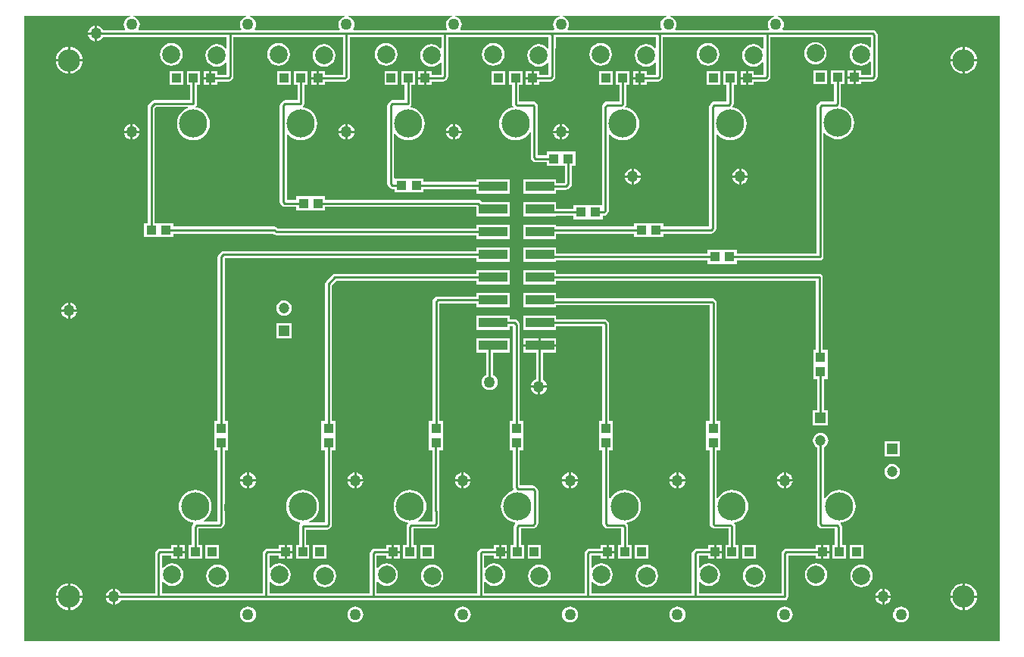
<source format=gtl>
G04*
G04 #@! TF.GenerationSoftware,Altium Limited,Altium Designer,20.2.6 (244)*
G04*
G04 Layer_Physical_Order=1*
G04 Layer_Color=255*
%FSLAX25Y25*%
%MOIN*%
G70*
G04*
G04 #@! TF.SameCoordinates,78553FFF-4CE1-44D2-B870-6997896BCA41*
G04*
G04*
G04 #@! TF.FilePolarity,Positive*
G04*
G01*
G75*
%ADD12C,0.01000*%
%ADD13R,0.04469X0.04182*%
%ADD14R,0.04182X0.04469*%
%ADD15R,0.12500X0.04488*%
%ADD23C,0.04724*%
%ADD24R,0.04724X0.04724*%
%ADD25C,0.07874*%
%ADD26R,0.03937X0.03937*%
%ADD27C,0.12402*%
%ADD28C,0.09843*%
%ADD29C,0.05000*%
G36*
X448111Y393201D02*
X447905Y393174D01*
X447054Y392821D01*
X446323Y392260D01*
X445762Y391529D01*
X445409Y390677D01*
X445289Y389764D01*
X445409Y388850D01*
X445762Y387999D01*
X445959Y387742D01*
X445738Y387293D01*
X442059D01*
X441742Y387356D01*
X422431D01*
X422115Y387293D01*
X404656D01*
X404435Y387742D01*
X404632Y387999D01*
X404985Y388850D01*
X405105Y389764D01*
X404985Y390677D01*
X404632Y391529D01*
X404071Y392260D01*
X403340Y392821D01*
X402489Y393174D01*
X402283Y393201D01*
X402315Y393701D01*
X448078D01*
X448111Y393201D01*
D02*
G37*
G36*
X400867D02*
X400661Y393174D01*
X399810Y392821D01*
X399079Y392260D01*
X398518Y391529D01*
X398165Y390677D01*
X398045Y389764D01*
X398165Y388850D01*
X398518Y387999D01*
X398667Y387805D01*
X398445Y387356D01*
X374894D01*
X374578Y387293D01*
X357412D01*
X357191Y387742D01*
X357388Y387999D01*
X357741Y388850D01*
X357861Y389764D01*
X357741Y390677D01*
X357388Y391529D01*
X356827Y392260D01*
X356096Y392821D01*
X355244Y393174D01*
X355038Y393201D01*
X355071Y393701D01*
X400834D01*
X400867Y393201D01*
D02*
G37*
G36*
X353623D02*
X353417Y393174D01*
X352566Y392821D01*
X351835Y392260D01*
X351273Y391529D01*
X350921Y390677D01*
X350800Y389764D01*
X350921Y388850D01*
X351273Y387999D01*
X351422Y387805D01*
X351201Y387356D01*
X327650D01*
X327334Y387293D01*
X310168D01*
X309947Y387742D01*
X310144Y387999D01*
X310496Y388850D01*
X310617Y389764D01*
X310496Y390677D01*
X310144Y391529D01*
X309583Y392260D01*
X308852Y392821D01*
X308000Y393174D01*
X307794Y393201D01*
X307827Y393701D01*
X353590D01*
X353623Y393201D01*
D02*
G37*
G36*
X306379D02*
X306173Y393174D01*
X305322Y392821D01*
X304590Y392260D01*
X304029Y391529D01*
X303677Y390677D01*
X303556Y389764D01*
X303677Y388850D01*
X304029Y387999D01*
X304178Y387805D01*
X303957Y387356D01*
X281528D01*
X281211Y387293D01*
X262924D01*
X262702Y387742D01*
X262900Y387999D01*
X263252Y388850D01*
X263373Y389764D01*
X263252Y390677D01*
X262900Y391529D01*
X262339Y392260D01*
X261608Y392821D01*
X260756Y393174D01*
X260550Y393201D01*
X260583Y393701D01*
X306346D01*
X306379Y393201D01*
D02*
G37*
G36*
X259135D02*
X258929Y393174D01*
X258077Y392821D01*
X257346Y392260D01*
X256785Y391529D01*
X256433Y390677D01*
X256312Y389764D01*
X256433Y388850D01*
X256785Y387999D01*
X256982Y387742D01*
X256761Y387293D01*
X219617D01*
X219395Y387742D01*
X219593Y387999D01*
X219945Y388850D01*
X220066Y389764D01*
X219945Y390677D01*
X219593Y391529D01*
X219032Y392260D01*
X218301Y392821D01*
X217449Y393174D01*
X217243Y393201D01*
X217276Y393701D01*
X259102D01*
X259135Y393201D01*
D02*
G37*
G36*
X215828D02*
X215622Y393174D01*
X214770Y392821D01*
X214039Y392260D01*
X213478Y391529D01*
X213125Y390677D01*
X213005Y389764D01*
X213125Y388850D01*
X213478Y387999D01*
X213627Y387805D01*
X213406Y387356D01*
X183994D01*
X183678Y387293D01*
X168436D01*
X168214Y387742D01*
X168412Y387999D01*
X168764Y388850D01*
X168885Y389764D01*
X168764Y390677D01*
X168412Y391529D01*
X167851Y392260D01*
X167119Y392821D01*
X166268Y393174D01*
X166062Y393201D01*
X166095Y393701D01*
X215795D01*
X215828Y393201D01*
D02*
G37*
G36*
X547244Y118110D02*
X118110D01*
Y393701D01*
X164614D01*
X164646Y393201D01*
X164441Y393174D01*
X163589Y392821D01*
X162858Y392260D01*
X162297Y391529D01*
X161944Y390677D01*
X161824Y389764D01*
X161944Y388850D01*
X162297Y387999D01*
X162494Y387742D01*
X162273Y387293D01*
X159518D01*
X159201Y387356D01*
X152761D01*
X152664Y387592D01*
X152102Y388323D01*
X151371Y388884D01*
X150520Y389237D01*
X150106Y389291D01*
Y385827D01*
Y382362D01*
X150520Y382417D01*
X151371Y382769D01*
X152102Y383330D01*
X152664Y384062D01*
X152761Y384297D01*
X158948D01*
X159264Y384234D01*
X183931D01*
X184248Y384297D01*
X207132D01*
Y379370D01*
X206632Y379200D01*
X206277Y379663D01*
X205246Y380454D01*
X204045Y380952D01*
X202756Y381121D01*
X201467Y380952D01*
X200266Y380454D01*
X199235Y379663D01*
X198443Y378631D01*
X197946Y377431D01*
X197776Y376142D01*
X197946Y374853D01*
X198443Y373652D01*
X199235Y372621D01*
X200266Y371829D01*
X201467Y371332D01*
X202756Y371162D01*
X204045Y371332D01*
X205246Y371829D01*
X206277Y372621D01*
X206632Y373083D01*
X207132Y372914D01*
Y367671D01*
X202969D01*
Y369110D01*
X200500D01*
Y366142D01*
Y363173D01*
X202969D01*
Y364612D01*
X208076D01*
X208661Y364729D01*
X209157Y365060D01*
X209743Y365646D01*
X210074Y366142D01*
X210191Y366727D01*
Y384297D01*
X214562D01*
X214879Y384234D01*
X258313D01*
Y367671D01*
X250213D01*
Y369110D01*
X247744D01*
Y366142D01*
Y363173D01*
X250213D01*
Y364612D01*
X259257D01*
X259842Y364729D01*
X260338Y365060D01*
X260924Y365646D01*
X261256Y366142D01*
X261372Y366727D01*
Y384234D01*
X281465D01*
X281781Y384297D01*
X301620D01*
Y379926D01*
X301557Y379610D01*
Y379452D01*
X301057Y379282D01*
X300765Y379663D01*
X299734Y380454D01*
X298533Y380952D01*
X297244Y381121D01*
X295955Y380952D01*
X294754Y380454D01*
X293723Y379663D01*
X292932Y378631D01*
X292434Y377431D01*
X292265Y376142D01*
X292434Y374853D01*
X292932Y373652D01*
X293723Y372621D01*
X294754Y371829D01*
X295955Y371332D01*
X297244Y371162D01*
X298533Y371332D01*
X299734Y371829D01*
X300765Y372621D01*
X301057Y373001D01*
X301557Y372831D01*
Y367671D01*
X297457D01*
Y369110D01*
X294988D01*
Y366142D01*
Y363173D01*
X297457D01*
Y364612D01*
X302501D01*
X303086Y364729D01*
X303582Y365060D01*
X304168Y365646D01*
X304500Y366142D01*
X304616Y366727D01*
Y379356D01*
X304679Y379673D01*
Y384112D01*
X305179Y384284D01*
X305430Y384234D01*
X327587D01*
X327904Y384297D01*
X348864D01*
Y379926D01*
X348801Y379610D01*
Y379452D01*
X348301Y379282D01*
X348009Y379663D01*
X346978Y380454D01*
X345777Y380952D01*
X344488Y381121D01*
X343199Y380952D01*
X341998Y380454D01*
X340967Y379663D01*
X340176Y378631D01*
X339678Y377431D01*
X339509Y376142D01*
X339678Y374853D01*
X340176Y373652D01*
X340967Y372621D01*
X341998Y371829D01*
X343199Y371332D01*
X344488Y371162D01*
X345777Y371332D01*
X346978Y371829D01*
X348009Y372621D01*
X348301Y373001D01*
X348801Y372831D01*
Y367671D01*
X344701D01*
Y369110D01*
X342232D01*
Y366142D01*
Y363173D01*
X344701D01*
Y364612D01*
X349745D01*
X350330Y364729D01*
X350826Y365060D01*
X351412Y365646D01*
X351744Y366142D01*
X351860Y366727D01*
Y379356D01*
X351923Y379673D01*
Y384112D01*
X352423Y384284D01*
X352674Y384234D01*
X374831D01*
X375148Y384297D01*
X396108D01*
Y379926D01*
X396045Y379610D01*
Y379452D01*
X395545Y379282D01*
X395253Y379663D01*
X394222Y380454D01*
X393021Y380952D01*
X391732Y381121D01*
X390443Y380952D01*
X389243Y380454D01*
X388211Y379663D01*
X387420Y378631D01*
X386922Y377431D01*
X386753Y376142D01*
X386922Y374853D01*
X387420Y373652D01*
X388211Y372621D01*
X389243Y371829D01*
X390443Y371332D01*
X391732Y371162D01*
X393021Y371332D01*
X394222Y371829D01*
X395253Y372621D01*
X395545Y373001D01*
X396045Y372831D01*
Y367671D01*
X391945D01*
Y369110D01*
X389476D01*
Y366142D01*
Y363173D01*
X391945D01*
Y364612D01*
X396989D01*
X397574Y364729D01*
X398070Y365060D01*
X398656Y365646D01*
X398988Y366142D01*
X399104Y366727D01*
Y379356D01*
X399167Y379673D01*
Y384112D01*
X399667Y384284D01*
X399918Y384234D01*
X422368D01*
X422685Y384297D01*
X441488D01*
X441805Y384234D01*
X443353D01*
Y379370D01*
X442852Y379200D01*
X442497Y379663D01*
X441466Y380454D01*
X440265Y380952D01*
X438976Y381121D01*
X437688Y380952D01*
X436487Y380454D01*
X435455Y379663D01*
X434664Y378631D01*
X434166Y377431D01*
X433997Y376142D01*
X434166Y374853D01*
X434664Y373652D01*
X435455Y372621D01*
X436487Y371829D01*
X437688Y371332D01*
X438976Y371162D01*
X440265Y371332D01*
X441466Y371829D01*
X442497Y372621D01*
X442852Y373083D01*
X443353Y372914D01*
Y367671D01*
X439189D01*
Y369110D01*
X436721D01*
Y366142D01*
Y363173D01*
X439189D01*
Y364612D01*
X444296D01*
X444881Y364729D01*
X445377Y365060D01*
X445963Y365646D01*
X446295Y366142D01*
X446411Y366727D01*
Y384234D01*
X490597D01*
Y379764D01*
X490097Y379594D01*
X489742Y380057D01*
X488710Y380848D01*
X487509Y381345D01*
X486221Y381515D01*
X484932Y381345D01*
X483731Y380848D01*
X482699Y380057D01*
X481908Y379025D01*
X481411Y377824D01*
X481241Y376535D01*
X481411Y375247D01*
X481908Y374046D01*
X482699Y373014D01*
X483731Y372223D01*
X484932Y371726D01*
X486221Y371556D01*
X487509Y371726D01*
X488710Y372223D01*
X489742Y373014D01*
X490097Y373477D01*
X490597Y373307D01*
Y367671D01*
X486433D01*
Y369504D01*
X483965D01*
Y366535D01*
Y363567D01*
X486433D01*
Y364612D01*
X491540D01*
X492126Y364729D01*
X492622Y365060D01*
X493207Y365646D01*
X493539Y366142D01*
X493655Y366727D01*
Y385178D01*
X493539Y385763D01*
X493207Y386259D01*
X492622Y386845D01*
X492126Y387177D01*
X491540Y387293D01*
X451900D01*
X451679Y387742D01*
X451876Y387999D01*
X452229Y388850D01*
X452349Y389764D01*
X452229Y390677D01*
X451876Y391529D01*
X451315Y392260D01*
X450584Y392821D01*
X449733Y393174D01*
X449527Y393201D01*
X449559Y393701D01*
X547244D01*
Y118110D01*
D02*
G37*
%LPC*%
G36*
X149106Y389291D02*
X148693Y389237D01*
X147841Y388884D01*
X147110Y388323D01*
X146549Y387592D01*
X146196Y386740D01*
X146142Y386327D01*
X149106D01*
Y389291D01*
D02*
G37*
G36*
Y385327D02*
X146142D01*
X146196Y384913D01*
X146549Y384062D01*
X147110Y383330D01*
X147841Y382769D01*
X148693Y382417D01*
X149106Y382362D01*
Y385327D01*
D02*
G37*
G36*
X531996Y379916D02*
Y374516D01*
X537397D01*
X537332Y375177D01*
X536993Y376293D01*
X536443Y377321D01*
X535703Y378223D01*
X534802Y378963D01*
X533773Y379513D01*
X532657Y379851D01*
X531996Y379916D01*
D02*
G37*
G36*
X530996D02*
X530335Y379851D01*
X529219Y379513D01*
X528191Y378963D01*
X527289Y378223D01*
X526549Y377321D01*
X525999Y376293D01*
X525661Y375177D01*
X525595Y374516D01*
X530996D01*
Y379916D01*
D02*
G37*
G36*
X138295D02*
Y374516D01*
X143696D01*
X143631Y375177D01*
X143292Y376293D01*
X142743Y377321D01*
X142002Y378223D01*
X141101Y378963D01*
X140072Y379513D01*
X138956Y379851D01*
X138295Y379916D01*
D02*
G37*
G36*
X137295D02*
X136635Y379851D01*
X135518Y379513D01*
X134490Y378963D01*
X133588Y378223D01*
X132848Y377321D01*
X132298Y376293D01*
X131960Y375177D01*
X131895Y374516D01*
X137295D01*
Y379916D01*
D02*
G37*
G36*
X466221Y382047D02*
X464932Y381877D01*
X463731Y381379D01*
X462699Y380588D01*
X461908Y379557D01*
X461411Y378356D01*
X461241Y377067D01*
X461411Y375778D01*
X461908Y374577D01*
X462699Y373546D01*
X463731Y372755D01*
X464932Y372257D01*
X466221Y372087D01*
X467509Y372257D01*
X468710Y372755D01*
X469742Y373546D01*
X470533Y374577D01*
X471030Y375778D01*
X471200Y377067D01*
X471030Y378356D01*
X470533Y379557D01*
X469742Y380588D01*
X468710Y381379D01*
X467509Y381877D01*
X466221Y382047D01*
D02*
G37*
G36*
X418976Y381653D02*
X417688Y381483D01*
X416487Y380986D01*
X415455Y380194D01*
X414664Y379163D01*
X414166Y377962D01*
X413997Y376673D01*
X414166Y375384D01*
X414664Y374183D01*
X415455Y373152D01*
X416487Y372361D01*
X417688Y371863D01*
X418976Y371694D01*
X420265Y371863D01*
X421466Y372361D01*
X422498Y373152D01*
X423289Y374183D01*
X423786Y375384D01*
X423956Y376673D01*
X423786Y377962D01*
X423289Y379163D01*
X422498Y380194D01*
X421466Y380986D01*
X420265Y381483D01*
X418976Y381653D01*
D02*
G37*
G36*
X371732D02*
X370444Y381483D01*
X369243Y380986D01*
X368211Y380194D01*
X367420Y379163D01*
X366922Y377962D01*
X366753Y376673D01*
X366922Y375384D01*
X367420Y374183D01*
X368211Y373152D01*
X369243Y372361D01*
X370444Y371863D01*
X371732Y371694D01*
X373021Y371863D01*
X374222Y372361D01*
X375253Y373152D01*
X376045Y374183D01*
X376542Y375384D01*
X376712Y376673D01*
X376542Y377962D01*
X376045Y379163D01*
X375253Y380194D01*
X374222Y380986D01*
X373021Y381483D01*
X371732Y381653D01*
D02*
G37*
G36*
X324488D02*
X323199Y381483D01*
X321998Y380986D01*
X320967Y380194D01*
X320176Y379163D01*
X319678Y377962D01*
X319509Y376673D01*
X319678Y375384D01*
X320176Y374183D01*
X320967Y373152D01*
X321998Y372361D01*
X323199Y371863D01*
X324488Y371694D01*
X325777Y371863D01*
X326978Y372361D01*
X328009Y373152D01*
X328801Y374183D01*
X329298Y375384D01*
X329468Y376673D01*
X329298Y377962D01*
X328801Y379163D01*
X328009Y380194D01*
X326978Y380986D01*
X325777Y381483D01*
X324488Y381653D01*
D02*
G37*
G36*
X277244D02*
X275955Y381483D01*
X274754Y380986D01*
X273723Y380194D01*
X272932Y379163D01*
X272434Y377962D01*
X272265Y376673D01*
X272434Y375384D01*
X272932Y374183D01*
X273723Y373152D01*
X274754Y372361D01*
X275955Y371863D01*
X277244Y371694D01*
X278533Y371863D01*
X279734Y372361D01*
X280765Y373152D01*
X281557Y374183D01*
X282054Y375384D01*
X282224Y376673D01*
X282054Y377962D01*
X281557Y379163D01*
X280765Y380194D01*
X279734Y380986D01*
X278533Y381483D01*
X277244Y381653D01*
D02*
G37*
G36*
X230000D02*
X228711Y381483D01*
X227510Y380986D01*
X226479Y380194D01*
X225688Y379163D01*
X225190Y377962D01*
X225020Y376673D01*
X225190Y375384D01*
X225688Y374183D01*
X226479Y373152D01*
X227510Y372361D01*
X228711Y371863D01*
X230000Y371694D01*
X231289Y371863D01*
X232490Y372361D01*
X233521Y373152D01*
X234313Y374183D01*
X234810Y375384D01*
X234980Y376673D01*
X234810Y377962D01*
X234313Y379163D01*
X233521Y380194D01*
X232490Y380986D01*
X231289Y381483D01*
X230000Y381653D01*
D02*
G37*
G36*
X182756D02*
X181467Y381483D01*
X180266Y380986D01*
X179235Y380194D01*
X178443Y379163D01*
X177946Y377962D01*
X177776Y376673D01*
X177946Y375384D01*
X178443Y374183D01*
X179235Y373152D01*
X180266Y372361D01*
X181467Y371863D01*
X182756Y371694D01*
X184045Y371863D01*
X185246Y372361D01*
X186277Y373152D01*
X187068Y374183D01*
X187566Y375384D01*
X187735Y376673D01*
X187566Y377962D01*
X187068Y379163D01*
X186277Y380194D01*
X185246Y380986D01*
X184045Y381483D01*
X182756Y381653D01*
D02*
G37*
G36*
X250000Y381121D02*
X248711Y380952D01*
X247510Y380454D01*
X246479Y379663D01*
X245688Y378631D01*
X245190Y377431D01*
X245020Y376142D01*
X245190Y374853D01*
X245688Y373652D01*
X246479Y372621D01*
X247510Y371829D01*
X248711Y371332D01*
X250000Y371162D01*
X251289Y371332D01*
X252490Y371829D01*
X253521Y372621D01*
X254312Y373652D01*
X254810Y374853D01*
X254980Y376142D01*
X254810Y377431D01*
X254312Y378631D01*
X253521Y379663D01*
X252490Y380454D01*
X251289Y380952D01*
X250000Y381121D01*
D02*
G37*
G36*
X537397Y373516D02*
X531996D01*
Y368115D01*
X532657Y368180D01*
X533773Y368519D01*
X534802Y369069D01*
X535703Y369809D01*
X536443Y370710D01*
X536993Y371739D01*
X537332Y372855D01*
X537397Y373516D01*
D02*
G37*
G36*
X530996D02*
X525595D01*
X525661Y372855D01*
X525999Y371739D01*
X526549Y370710D01*
X527289Y369809D01*
X528191Y369069D01*
X529219Y368519D01*
X530335Y368180D01*
X530996Y368115D01*
Y373516D01*
D02*
G37*
G36*
X143696D02*
X138295D01*
Y368115D01*
X138956Y368180D01*
X140072Y368519D01*
X141101Y369069D01*
X142002Y369809D01*
X142743Y370710D01*
X143292Y371739D01*
X143631Y372855D01*
X143696Y373516D01*
D02*
G37*
G36*
X137295D02*
X131895D01*
X131960Y372855D01*
X132298Y371739D01*
X132848Y370710D01*
X133588Y369809D01*
X134490Y369069D01*
X135518Y368519D01*
X136635Y368180D01*
X137295Y368115D01*
Y373516D01*
D02*
G37*
G36*
X482965Y369504D02*
X480496D01*
Y367035D01*
X482965D01*
Y369504D01*
D02*
G37*
G36*
X435720Y369110D02*
X433252D01*
Y366642D01*
X435720D01*
Y369110D01*
D02*
G37*
G36*
X388476D02*
X386008D01*
Y366642D01*
X388476D01*
Y369110D01*
D02*
G37*
G36*
X341232D02*
X338764D01*
Y366642D01*
X341232D01*
Y369110D01*
D02*
G37*
G36*
X293988D02*
X291520D01*
Y366642D01*
X293988D01*
Y369110D01*
D02*
G37*
G36*
X246744D02*
X244276D01*
Y366642D01*
X246744D01*
Y369110D01*
D02*
G37*
G36*
X199500D02*
X197031D01*
Y366642D01*
X199500D01*
Y369110D01*
D02*
G37*
G36*
X482965Y366035D02*
X480496D01*
Y363567D01*
X482965D01*
Y366035D01*
D02*
G37*
G36*
X471472Y369504D02*
X465535D01*
Y363567D01*
X471472D01*
Y369504D01*
D02*
G37*
G36*
X435720Y365642D02*
X433252D01*
Y363173D01*
X435720D01*
Y365642D01*
D02*
G37*
G36*
X424228Y369110D02*
X418291D01*
Y363173D01*
X424228D01*
Y369110D01*
D02*
G37*
G36*
X388476Y365642D02*
X386008D01*
Y363173D01*
X388476D01*
Y365642D01*
D02*
G37*
G36*
X376984Y369110D02*
X371047D01*
Y363173D01*
X376984D01*
Y369110D01*
D02*
G37*
G36*
X341232Y365642D02*
X338764D01*
Y363173D01*
X341232D01*
Y365642D01*
D02*
G37*
G36*
X329740Y369110D02*
X323803D01*
Y363173D01*
X329740D01*
Y369110D01*
D02*
G37*
G36*
X293988Y365642D02*
X291520D01*
Y363173D01*
X293988D01*
Y365642D01*
D02*
G37*
G36*
X282496Y369110D02*
X276559D01*
Y363173D01*
X282496D01*
Y369110D01*
D02*
G37*
G36*
X246744Y365642D02*
X244276D01*
Y363173D01*
X246744D01*
Y365642D01*
D02*
G37*
G36*
X235252Y369110D02*
X229315D01*
Y363173D01*
X235252D01*
Y369110D01*
D02*
G37*
G36*
X199500Y365642D02*
X197031D01*
Y363173D01*
X199500D01*
Y365642D01*
D02*
G37*
G36*
X188008Y369110D02*
X182071D01*
Y363173D01*
X188008D01*
Y369110D01*
D02*
G37*
G36*
X354831Y345984D02*
Y343020D01*
X357795D01*
X357741Y343433D01*
X357388Y344285D01*
X356827Y345016D01*
X356096Y345577D01*
X355244Y345930D01*
X354831Y345984D01*
D02*
G37*
G36*
X353831D02*
X353417Y345930D01*
X352566Y345577D01*
X351835Y345016D01*
X351273Y344285D01*
X350921Y343433D01*
X350866Y343020D01*
X353831D01*
Y345984D01*
D02*
G37*
G36*
X307587D02*
Y343020D01*
X310551D01*
X310496Y343433D01*
X310144Y344285D01*
X309583Y345016D01*
X308852Y345577D01*
X308000Y345930D01*
X307587Y345984D01*
D02*
G37*
G36*
X306587D02*
X306173Y345930D01*
X305322Y345577D01*
X304590Y345016D01*
X304029Y344285D01*
X303677Y343433D01*
X303622Y343020D01*
X306587D01*
Y345984D01*
D02*
G37*
G36*
X260343D02*
Y343020D01*
X263307D01*
X263252Y343433D01*
X262900Y344285D01*
X262339Y345016D01*
X261608Y345577D01*
X260756Y345930D01*
X260343Y345984D01*
D02*
G37*
G36*
X259343D02*
X258929Y345930D01*
X258077Y345577D01*
X257346Y345016D01*
X256785Y344285D01*
X256433Y343433D01*
X256378Y343020D01*
X259343D01*
Y345984D01*
D02*
G37*
G36*
X165854D02*
Y343020D01*
X168819D01*
X168764Y343433D01*
X168412Y344285D01*
X167851Y345016D01*
X167119Y345577D01*
X166268Y345930D01*
X165854Y345984D01*
D02*
G37*
G36*
X164854D02*
X164441Y345930D01*
X163589Y345577D01*
X162858Y345016D01*
X162297Y344285D01*
X161944Y343433D01*
X161890Y343020D01*
X164854D01*
Y345984D01*
D02*
G37*
G36*
X478953Y369504D02*
X473016D01*
Y363567D01*
X474455D01*
Y355860D01*
X469090D01*
X468504Y355744D01*
X468008Y355412D01*
X467202Y354606D01*
X466870Y354110D01*
X466754Y353524D01*
Y288931D01*
X431641D01*
Y290492D01*
X418752D01*
Y288931D01*
X352142D01*
Y291709D01*
X337642D01*
Y285221D01*
X352142D01*
Y285872D01*
X418752D01*
Y284311D01*
X431641D01*
Y285872D01*
X468284D01*
X468869Y285989D01*
X469365Y286320D01*
X469696Y286816D01*
X469813Y287402D01*
Y341838D01*
X470313Y342017D01*
X470868Y341340D01*
X471964Y340441D01*
X473215Y339772D01*
X474573Y339360D01*
X475984Y339221D01*
X477396Y339360D01*
X478753Y339772D01*
X480004Y340441D01*
X481101Y341340D01*
X482000Y342437D01*
X482669Y343688D01*
X483081Y345045D01*
X483220Y346457D01*
X483081Y347868D01*
X482669Y349226D01*
X482000Y350477D01*
X481101Y351573D01*
X480004Y352473D01*
X478753Y353141D01*
X477451Y353537D01*
X477342Y353716D01*
X477224Y354073D01*
X477397Y354331D01*
X477514Y354917D01*
Y363567D01*
X478953D01*
Y369504D01*
D02*
G37*
G36*
X357795Y342020D02*
X354831D01*
Y339055D01*
X355244Y339110D01*
X356096Y339462D01*
X356827Y340023D01*
X357388Y340755D01*
X357741Y341606D01*
X357795Y342020D01*
D02*
G37*
G36*
X353831D02*
X350866D01*
X350921Y341606D01*
X351273Y340755D01*
X351835Y340023D01*
X352566Y339462D01*
X353417Y339110D01*
X353831Y339055D01*
Y342020D01*
D02*
G37*
G36*
X310551D02*
X307587D01*
Y339055D01*
X308000Y339110D01*
X308852Y339462D01*
X309583Y340023D01*
X310144Y340755D01*
X310496Y341606D01*
X310551Y342020D01*
D02*
G37*
G36*
X306587D02*
X303622D01*
X303677Y341606D01*
X304029Y340755D01*
X304590Y340023D01*
X305322Y339462D01*
X306173Y339110D01*
X306587Y339055D01*
Y342020D01*
D02*
G37*
G36*
X263307D02*
X260343D01*
Y339055D01*
X260756Y339110D01*
X261608Y339462D01*
X262339Y340023D01*
X262900Y340755D01*
X263252Y341606D01*
X263307Y342020D01*
D02*
G37*
G36*
X259343D02*
X256378D01*
X256433Y341606D01*
X256785Y340755D01*
X257346Y340023D01*
X258077Y339462D01*
X258929Y339110D01*
X259343Y339055D01*
Y342020D01*
D02*
G37*
G36*
X168819D02*
X165854D01*
Y339055D01*
X166268Y339110D01*
X167119Y339462D01*
X167851Y340023D01*
X168412Y340755D01*
X168764Y341606D01*
X168819Y342020D01*
D02*
G37*
G36*
X164854D02*
X161890D01*
X161944Y341606D01*
X162297Y340755D01*
X162858Y340023D01*
X163589Y339462D01*
X164441Y339110D01*
X164854Y339055D01*
Y342020D01*
D02*
G37*
G36*
X431709Y369110D02*
X425772D01*
Y363173D01*
X427211D01*
Y355860D01*
X421846D01*
X421260Y355744D01*
X420764Y355412D01*
X419958Y354606D01*
X419626Y354110D01*
X419510Y353524D01*
Y300742D01*
X399418D01*
Y302303D01*
X386529D01*
Y300742D01*
X352142D01*
Y301709D01*
X337642D01*
Y295220D01*
X352142D01*
Y297683D01*
X386529D01*
Y296122D01*
X399418D01*
Y297683D01*
X420454D01*
X421039Y297800D01*
X421535Y298131D01*
X422121Y298717D01*
X422452Y299213D01*
X422569Y299798D01*
Y341444D01*
X423069Y341623D01*
X423624Y340947D01*
X424720Y340047D01*
X425971Y339378D01*
X427328Y338966D01*
X428740Y338827D01*
X430152Y338966D01*
X431509Y339378D01*
X432760Y340047D01*
X433856Y340947D01*
X434756Y342043D01*
X435425Y343294D01*
X435837Y344651D01*
X435976Y346063D01*
X435837Y347475D01*
X435425Y348832D01*
X434756Y350083D01*
X433856Y351179D01*
X432760Y352079D01*
X431509Y352748D01*
X430152Y353160D01*
X429818Y353192D01*
X429650Y353663D01*
X429822Y353835D01*
X430153Y354331D01*
X430269Y354917D01*
Y363173D01*
X431709D01*
Y369110D01*
D02*
G37*
G36*
X384465D02*
X378528D01*
Y363173D01*
X379967D01*
Y355860D01*
X374602D01*
X374016Y355744D01*
X373520Y355412D01*
X372714Y354606D01*
X372382Y354110D01*
X372266Y353524D01*
Y310177D01*
X359697D01*
Y308616D01*
X352142D01*
Y311709D01*
X337642D01*
Y305221D01*
X352142D01*
Y305557D01*
X359697D01*
Y303996D01*
X372586D01*
Y305557D01*
X373210D01*
X373795Y305674D01*
X374291Y306005D01*
X374877Y306591D01*
X375208Y307087D01*
X375325Y307672D01*
Y341444D01*
X375825Y341623D01*
X376380Y340947D01*
X377476Y340047D01*
X378727Y339378D01*
X380084Y338966D01*
X381496Y338827D01*
X382908Y338966D01*
X384265Y339378D01*
X385516Y340047D01*
X386612Y340947D01*
X387512Y342043D01*
X388181Y343294D01*
X388593Y344651D01*
X388732Y346063D01*
X388593Y347475D01*
X388181Y348832D01*
X387512Y350083D01*
X386612Y351179D01*
X385516Y352079D01*
X384265Y352748D01*
X382908Y353160D01*
X382574Y353192D01*
X382406Y353663D01*
X382577Y353835D01*
X382909Y354331D01*
X383026Y354917D01*
Y363173D01*
X384465D01*
Y369110D01*
D02*
G37*
G36*
X289976D02*
X284039D01*
Y363173D01*
X285478D01*
Y356446D01*
X280113D01*
X279528Y356329D01*
X279032Y355998D01*
X278226Y355192D01*
X277894Y354696D01*
X277778Y354110D01*
Y319483D01*
X277894Y318898D01*
X278226Y318402D01*
X278811Y317816D01*
X279308Y317485D01*
X279893Y317368D01*
X280957D01*
Y315807D01*
X293846D01*
Y317368D01*
X317150D01*
Y315220D01*
X331650D01*
Y321709D01*
X317150D01*
Y320427D01*
X293846D01*
Y321989D01*
X280957D01*
X280837Y322439D01*
Y341444D01*
X281336Y341623D01*
X281891Y340947D01*
X282988Y340047D01*
X284239Y339378D01*
X285596Y338966D01*
X287008Y338827D01*
X288420Y338966D01*
X289777Y339378D01*
X291028Y340047D01*
X292124Y340947D01*
X293024Y342043D01*
X293693Y343294D01*
X294105Y344651D01*
X294244Y346063D01*
X294105Y347475D01*
X293693Y348832D01*
X293024Y350083D01*
X292124Y351179D01*
X291028Y352079D01*
X289777Y352748D01*
X288420Y353160D01*
X288035Y353197D01*
X287906Y353713D01*
X288089Y353835D01*
X288421Y354331D01*
X288537Y354917D01*
Y363173D01*
X289976D01*
Y369110D01*
D02*
G37*
G36*
X242732D02*
X236795D01*
Y363173D01*
X238234D01*
Y356446D01*
X232869D01*
X232284Y356329D01*
X231788Y355998D01*
X230981Y355192D01*
X230650Y354696D01*
X230534Y354110D01*
Y311609D01*
X230650Y311024D01*
X230981Y310528D01*
X231567Y309942D01*
X232064Y309611D01*
X232649Y309494D01*
X237650D01*
Y307933D01*
X250539D01*
Y309494D01*
X317150D01*
Y305221D01*
X331650D01*
Y311709D01*
X319313D01*
X318916Y312105D01*
X318420Y312437D01*
X317835Y312553D01*
X250539D01*
Y314114D01*
X237650D01*
Y312553D01*
X233592D01*
Y341444D01*
X234092Y341623D01*
X234647Y340947D01*
X235744Y340047D01*
X236995Y339378D01*
X238352Y338966D01*
X239764Y338827D01*
X241175Y338966D01*
X242533Y339378D01*
X243784Y340047D01*
X244880Y340947D01*
X245780Y342043D01*
X246449Y343294D01*
X246860Y344651D01*
X246999Y346063D01*
X246860Y347475D01*
X246449Y348832D01*
X245780Y350083D01*
X244880Y351179D01*
X243784Y352079D01*
X242533Y352748D01*
X241175Y353160D01*
X240791Y353197D01*
X240662Y353713D01*
X240845Y353835D01*
X241177Y354331D01*
X241293Y354917D01*
Y363173D01*
X242732D01*
Y369110D01*
D02*
G37*
G36*
X195488D02*
X189551D01*
Y363173D01*
X190990D01*
Y356446D01*
X175268D01*
X174682Y356329D01*
X174186Y355998D01*
X172874Y354685D01*
X172542Y354189D01*
X172426Y353604D01*
Y302303D01*
X170721D01*
Y296122D01*
X183610D01*
Y297683D01*
X227551D01*
X227851Y297383D01*
X228347Y297052D01*
X228932Y296935D01*
X317150D01*
Y295220D01*
X331650D01*
Y301709D01*
X317150D01*
Y299994D01*
X229566D01*
X229266Y300294D01*
X228769Y300626D01*
X228184Y300742D01*
X183610D01*
Y302303D01*
X175485D01*
Y352970D01*
X175901Y353387D01*
X190136D01*
X190210Y352887D01*
X189751Y352748D01*
X188500Y352079D01*
X187403Y351179D01*
X186504Y350083D01*
X185835Y348832D01*
X185423Y347475D01*
X185284Y346063D01*
X185423Y344651D01*
X185835Y343294D01*
X186504Y342043D01*
X187403Y340947D01*
X188500Y340047D01*
X189751Y339378D01*
X191108Y338966D01*
X192520Y338827D01*
X193931Y338966D01*
X195289Y339378D01*
X196540Y340047D01*
X197636Y340947D01*
X198536Y342043D01*
X199205Y343294D01*
X199616Y344651D01*
X199755Y346063D01*
X199616Y347475D01*
X199205Y348832D01*
X198536Y350083D01*
X197636Y351179D01*
X196540Y352079D01*
X195289Y352748D01*
X193931Y353160D01*
X193547Y353197D01*
X193418Y353713D01*
X193601Y353835D01*
X193933Y354331D01*
X194049Y354917D01*
Y363173D01*
X195488D01*
Y369110D01*
D02*
G37*
G36*
X433571Y326299D02*
Y323335D01*
X436535D01*
X436481Y323748D01*
X436128Y324600D01*
X435567Y325331D01*
X434836Y325892D01*
X433985Y326245D01*
X433571Y326299D01*
D02*
G37*
G36*
X432571D02*
X432157Y326245D01*
X431306Y325892D01*
X430575Y325331D01*
X430014Y324600D01*
X429661Y323748D01*
X429606Y323335D01*
X432571D01*
Y326299D01*
D02*
G37*
G36*
X386327D02*
Y323335D01*
X389291D01*
X389237Y323748D01*
X388884Y324600D01*
X388323Y325331D01*
X387592Y325892D01*
X386740Y326245D01*
X386327Y326299D01*
D02*
G37*
G36*
X385327D02*
X384913Y326245D01*
X384062Y325892D01*
X383330Y325331D01*
X382769Y324600D01*
X382417Y323748D01*
X382362Y323335D01*
X385327D01*
Y326299D01*
D02*
G37*
G36*
X337221Y369110D02*
X331283D01*
Y363173D01*
X332723D01*
Y354917D01*
X332839Y354331D01*
X333171Y353835D01*
X333342Y353663D01*
X333174Y353192D01*
X332840Y353160D01*
X331483Y352748D01*
X330232Y352079D01*
X329136Y351179D01*
X328236Y350083D01*
X327567Y348832D01*
X327155Y347475D01*
X327016Y346063D01*
X327155Y344651D01*
X327567Y343294D01*
X328236Y342043D01*
X329136Y340947D01*
X330232Y340047D01*
X331483Y339378D01*
X332840Y338966D01*
X334252Y338827D01*
X335664Y338966D01*
X337021Y339378D01*
X338272Y340047D01*
X339368Y340947D01*
X340268Y342043D01*
X340490Y342459D01*
X340990Y342333D01*
Y331294D01*
X341107Y330709D01*
X341438Y330213D01*
X342024Y329627D01*
X342520Y329296D01*
X343106Y329179D01*
X347886D01*
Y327618D01*
X356012D01*
Y320258D01*
X355748Y319994D01*
X352142D01*
Y321709D01*
X337642D01*
Y315220D01*
X352142D01*
Y316935D01*
X356381D01*
X356966Y317052D01*
X357463Y317383D01*
X358622Y318543D01*
X358954Y319039D01*
X359070Y319624D01*
Y327618D01*
X360775D01*
Y333800D01*
X347886D01*
Y332238D01*
X344049D01*
Y353745D01*
X343933Y354330D01*
X343601Y354826D01*
X343015Y355412D01*
X342519Y355744D01*
X341934Y355860D01*
X335781D01*
Y363173D01*
X337221D01*
Y369110D01*
D02*
G37*
G36*
X436535Y322335D02*
X433571D01*
Y319370D01*
X433985Y319425D01*
X434836Y319777D01*
X435567Y320338D01*
X436128Y321070D01*
X436481Y321921D01*
X436535Y322335D01*
D02*
G37*
G36*
X432571D02*
X429606D01*
X429661Y321921D01*
X430014Y321070D01*
X430575Y320338D01*
X431306Y319777D01*
X432157Y319425D01*
X432571Y319370D01*
Y322335D01*
D02*
G37*
G36*
X389291D02*
X386327D01*
Y319370D01*
X386740Y319425D01*
X387592Y319777D01*
X388323Y320338D01*
X388884Y321070D01*
X389237Y321921D01*
X389291Y322335D01*
D02*
G37*
G36*
X385327D02*
X382362D01*
X382417Y321921D01*
X382769Y321070D01*
X383330Y320338D01*
X384062Y319777D01*
X384913Y319425D01*
X385327Y319370D01*
Y322335D01*
D02*
G37*
G36*
X331650Y291709D02*
X317150D01*
Y289935D01*
X205728D01*
X205143Y289819D01*
X204647Y289487D01*
X203643Y288483D01*
X203311Y287987D01*
X203195Y287402D01*
Y215106D01*
X201634D01*
Y208637D01*
Y202217D01*
X203195D01*
Y179139D01*
X203132Y178822D01*
Y175508D01*
X203195Y175192D01*
Y170884D01*
X197123D01*
X197001Y171369D01*
X197327Y171543D01*
X198424Y172443D01*
X199323Y173539D01*
X199992Y174790D01*
X200404Y176147D01*
X200543Y177559D01*
X200404Y178971D01*
X199992Y180328D01*
X199323Y181579D01*
X198424Y182675D01*
X197327Y183575D01*
X196076Y184244D01*
X194719Y184656D01*
X193307Y184795D01*
X191895Y184656D01*
X190538Y184244D01*
X189287Y183575D01*
X188191Y182675D01*
X187291Y181579D01*
X186622Y180328D01*
X186211Y178971D01*
X186072Y177559D01*
X186211Y176147D01*
X186622Y174790D01*
X187291Y173539D01*
X188191Y172443D01*
X189287Y171543D01*
X190538Y170874D01*
X191895Y170463D01*
X192229Y170430D01*
X192397Y169959D01*
X192226Y169787D01*
X191894Y169291D01*
X191778Y168705D01*
Y160449D01*
X190339D01*
Y154512D01*
X196276D01*
Y160449D01*
X194836D01*
Y167825D01*
X204139D01*
X204724Y167941D01*
X205220Y168273D01*
X205806Y168859D01*
X206137Y169355D01*
X206254Y169940D01*
Y175445D01*
X206191Y175762D01*
Y178568D01*
X206254Y178885D01*
Y202217D01*
X207815D01*
Y208637D01*
Y215106D01*
X206254D01*
Y286768D01*
X206362Y286876D01*
X317150D01*
Y285221D01*
X331650D01*
Y291709D01*
D02*
G37*
G36*
Y281709D02*
X317150D01*
Y279935D01*
X254784D01*
X254198Y279819D01*
X253702Y279487D01*
X250887Y276672D01*
X250555Y276176D01*
X250439Y275590D01*
Y215106D01*
X248878D01*
Y208637D01*
Y202217D01*
X250439D01*
Y179139D01*
X250376Y178822D01*
Y175508D01*
X250439Y175192D01*
Y170427D01*
X243503D01*
X243486Y170468D01*
X243419Y170927D01*
X244571Y171543D01*
X245668Y172443D01*
X246567Y173539D01*
X247236Y174790D01*
X247648Y176147D01*
X247787Y177559D01*
X247648Y178971D01*
X247236Y180328D01*
X246567Y181579D01*
X245668Y182675D01*
X244571Y183575D01*
X243320Y184244D01*
X241963Y184656D01*
X240551Y184795D01*
X239140Y184656D01*
X237782Y184244D01*
X236531Y183575D01*
X235435Y182675D01*
X234535Y181579D01*
X233866Y180328D01*
X233455Y178971D01*
X233316Y177559D01*
X233455Y176147D01*
X233866Y174790D01*
X234535Y173539D01*
X235435Y172443D01*
X236531Y171543D01*
X237782Y170874D01*
X239140Y170463D01*
X239274Y170449D01*
X239388Y170176D01*
X239437Y169931D01*
X239138Y169483D01*
X239022Y168898D01*
Y160449D01*
X237583D01*
Y154512D01*
X243520D01*
Y160449D01*
X242081D01*
Y167368D01*
X251383D01*
X251968Y167485D01*
X252464Y167816D01*
X253050Y168402D01*
X253381Y168898D01*
X253498Y169483D01*
Y175445D01*
X253435Y175762D01*
Y178568D01*
X253498Y178885D01*
Y202217D01*
X255059D01*
Y208637D01*
Y215106D01*
X253498D01*
Y274957D01*
X255417Y276876D01*
X317150D01*
Y275220D01*
X331650D01*
Y281709D01*
D02*
G37*
G36*
Y271709D02*
X317150D01*
Y269994D01*
X299961D01*
X299375Y269878D01*
X298879Y269546D01*
X298131Y268798D01*
X297800Y268302D01*
X297683Y267717D01*
Y215106D01*
X296122D01*
Y208637D01*
Y202217D01*
X297620D01*
Y175508D01*
X297683Y175192D01*
Y170884D01*
X297556D01*
X297239Y170821D01*
X291525D01*
X291400Y171321D01*
X291815Y171543D01*
X292912Y172443D01*
X293811Y173539D01*
X294480Y174790D01*
X294892Y176147D01*
X295031Y177559D01*
X294892Y178971D01*
X294480Y180328D01*
X293811Y181579D01*
X292912Y182675D01*
X291815Y183575D01*
X290564Y184244D01*
X289207Y184656D01*
X287795Y184795D01*
X286384Y184656D01*
X285026Y184244D01*
X283775Y183575D01*
X282679Y182675D01*
X281779Y181579D01*
X281110Y180328D01*
X280699Y178971D01*
X280560Y177559D01*
X280699Y176147D01*
X281110Y174790D01*
X281779Y173539D01*
X282679Y172443D01*
X283775Y171543D01*
X285026Y170874D01*
X286384Y170463D01*
X286717Y170430D01*
X286886Y169959D01*
X286714Y169787D01*
X286382Y169291D01*
X286266Y168705D01*
Y160449D01*
X284827D01*
Y154512D01*
X290764D01*
Y160449D01*
X289325D01*
Y167762D01*
X297493D01*
X297809Y167825D01*
X298690D01*
X299275Y167941D01*
X299771Y168273D01*
X300294Y168796D01*
X300626Y169292D01*
X300742Y169877D01*
Y175445D01*
X300679Y175762D01*
Y202217D01*
X302303D01*
Y208637D01*
Y215106D01*
X300742D01*
Y266935D01*
X317150D01*
Y265220D01*
X331650D01*
Y271709D01*
D02*
G37*
G36*
X138295Y267244D02*
Y264280D01*
X141260D01*
X141205Y264693D01*
X140852Y265545D01*
X140292Y266276D01*
X139560Y266837D01*
X138709Y267189D01*
X138295Y267244D01*
D02*
G37*
G36*
X137295D02*
X136882Y267189D01*
X136030Y266837D01*
X135299Y266276D01*
X134738Y265545D01*
X134385Y264693D01*
X134331Y264280D01*
X137295D01*
Y267244D01*
D02*
G37*
G36*
X232283Y268313D02*
X231406Y268197D01*
X230588Y267858D01*
X229886Y267319D01*
X229347Y266617D01*
X229008Y265799D01*
X228892Y264921D01*
X229008Y264044D01*
X229347Y263226D01*
X229886Y262523D01*
X230588Y261984D01*
X231406Y261646D01*
X232283Y261530D01*
X233161Y261646D01*
X233979Y261984D01*
X234681Y262523D01*
X235220Y263226D01*
X235559Y264044D01*
X235675Y264921D01*
X235559Y265799D01*
X235220Y266617D01*
X234681Y267319D01*
X233979Y267858D01*
X233161Y268197D01*
X232283Y268313D01*
D02*
G37*
G36*
X141260Y263280D02*
X138295D01*
Y260315D01*
X138709Y260370D01*
X139560Y260722D01*
X140292Y261283D01*
X140852Y262014D01*
X141205Y262866D01*
X141260Y263280D01*
D02*
G37*
G36*
X137295D02*
X134331D01*
X134385Y262866D01*
X134738Y262014D01*
X135299Y261283D01*
X136030Y260722D01*
X136882Y260370D01*
X137295Y260315D01*
Y263280D01*
D02*
G37*
G36*
X235646Y258283D02*
X228921D01*
Y251559D01*
X235646D01*
Y258283D01*
D02*
G37*
G36*
X352142Y251709D02*
X345392D01*
Y248965D01*
X352142D01*
Y251709D01*
D02*
G37*
G36*
X344392D02*
X337642D01*
Y248965D01*
X344392D01*
Y251709D01*
D02*
G37*
G36*
X352142Y247965D02*
X344892D01*
X337642D01*
Y245220D01*
X343325D01*
Y233545D01*
X342760Y233311D01*
X342029Y232750D01*
X341468Y232019D01*
X341116Y231167D01*
X341061Y230753D01*
X347990D01*
X347936Y231167D01*
X347583Y232019D01*
X347022Y232750D01*
X346384Y233239D01*
Y245220D01*
X352142D01*
Y247965D01*
D02*
G37*
G36*
X331650Y251709D02*
X317150D01*
Y245220D01*
X321305D01*
Y235438D01*
X321070Y235341D01*
X320338Y234780D01*
X319777Y234049D01*
X319425Y233197D01*
X319304Y232283D01*
X319425Y231370D01*
X319777Y230518D01*
X320338Y229787D01*
X321070Y229226D01*
X321921Y228873D01*
X322835Y228753D01*
X323748Y228873D01*
X324600Y229226D01*
X325331Y229787D01*
X325892Y230518D01*
X326245Y231370D01*
X326365Y232283D01*
X326245Y233197D01*
X325892Y234049D01*
X325331Y234780D01*
X324600Y235341D01*
X324364Y235438D01*
Y245220D01*
X331650D01*
Y251709D01*
D02*
G37*
G36*
X347990Y229753D02*
X345026D01*
Y226789D01*
X345439Y226844D01*
X346291Y227196D01*
X347022Y227757D01*
X347583Y228488D01*
X347936Y229340D01*
X347990Y229753D01*
D02*
G37*
G36*
X344026D02*
X341061D01*
X341116Y229340D01*
X341468Y228488D01*
X342029Y227757D01*
X342760Y227196D01*
X343612Y226844D01*
X344026Y226789D01*
Y229753D01*
D02*
G37*
G36*
X352142Y281709D02*
X337642D01*
Y275220D01*
X352142D01*
Y276935D01*
X466389D01*
Y246602D01*
X465413D01*
Y240133D01*
Y233713D01*
X466974D01*
Y219898D01*
X465142D01*
Y213173D01*
X471866D01*
Y219898D01*
X470033D01*
Y233713D01*
X471595D01*
Y240133D01*
Y246602D01*
X469448D01*
Y278465D01*
X469331Y279050D01*
X469000Y279546D01*
X468503Y279877D01*
X467918Y279994D01*
X352142D01*
Y281709D01*
D02*
G37*
G36*
X503362Y206276D02*
X496638D01*
Y199551D01*
X503362D01*
Y206276D01*
D02*
G37*
G36*
X500000Y196305D02*
X499122Y196189D01*
X498304Y195850D01*
X497602Y195311D01*
X497063Y194609D01*
X496724Y193791D01*
X496609Y192913D01*
X496724Y192036D01*
X497063Y191218D01*
X497602Y190515D01*
X498304Y189977D01*
X499122Y189638D01*
X500000Y189522D01*
X500878Y189638D01*
X501696Y189977D01*
X502398Y190515D01*
X502937Y191218D01*
X503276Y192036D01*
X503391Y192913D01*
X503276Y193791D01*
X502937Y194609D01*
X502398Y195311D01*
X501696Y195850D01*
X500878Y196189D01*
X500000Y196305D01*
D02*
G37*
G36*
X453256Y192441D02*
Y189476D01*
X456220D01*
X456166Y189890D01*
X455813Y190742D01*
X455252Y191473D01*
X454521Y192034D01*
X453670Y192386D01*
X453256Y192441D01*
D02*
G37*
G36*
X452256D02*
X451842Y192386D01*
X450991Y192034D01*
X450260Y191473D01*
X449699Y190742D01*
X449346Y189890D01*
X449292Y189476D01*
X452256D01*
Y192441D01*
D02*
G37*
G36*
X406012D02*
Y189476D01*
X408976D01*
X408922Y189890D01*
X408569Y190742D01*
X408008Y191473D01*
X407277Y192034D01*
X406426Y192386D01*
X406012Y192441D01*
D02*
G37*
G36*
X405012D02*
X404598Y192386D01*
X403747Y192034D01*
X403016Y191473D01*
X402455Y190742D01*
X402102Y189890D01*
X402047Y189476D01*
X405012D01*
Y192441D01*
D02*
G37*
G36*
X358768D02*
Y189476D01*
X361732D01*
X361678Y189890D01*
X361325Y190742D01*
X360764Y191473D01*
X360033Y192034D01*
X359181Y192386D01*
X358768Y192441D01*
D02*
G37*
G36*
X357768D02*
X357354Y192386D01*
X356503Y192034D01*
X355771Y191473D01*
X355210Y190742D01*
X354858Y189890D01*
X354803Y189476D01*
X357768D01*
Y192441D01*
D02*
G37*
G36*
X311524D02*
Y189476D01*
X314488D01*
X314434Y189890D01*
X314081Y190742D01*
X313520Y191473D01*
X312789Y192034D01*
X311937Y192386D01*
X311524Y192441D01*
D02*
G37*
G36*
X310524D02*
X310110Y192386D01*
X309259Y192034D01*
X308527Y191473D01*
X307966Y190742D01*
X307614Y189890D01*
X307559Y189476D01*
X310524D01*
Y192441D01*
D02*
G37*
G36*
X264280D02*
Y189476D01*
X267244D01*
X267189Y189890D01*
X266837Y190742D01*
X266276Y191473D01*
X265545Y192034D01*
X264693Y192386D01*
X264280Y192441D01*
D02*
G37*
G36*
X263280D02*
X262866Y192386D01*
X262014Y192034D01*
X261283Y191473D01*
X260722Y190742D01*
X260370Y189890D01*
X260315Y189476D01*
X263280D01*
Y192441D01*
D02*
G37*
G36*
X217035D02*
Y189476D01*
X220000D01*
X219945Y189890D01*
X219593Y190742D01*
X219032Y191473D01*
X218301Y192034D01*
X217449Y192386D01*
X217035Y192441D01*
D02*
G37*
G36*
X216035D02*
X215622Y192386D01*
X214770Y192034D01*
X214039Y191473D01*
X213478Y190742D01*
X213125Y189890D01*
X213071Y189476D01*
X216035D01*
Y192441D01*
D02*
G37*
G36*
X456220Y188476D02*
X453256D01*
Y185512D01*
X453670Y185566D01*
X454521Y185919D01*
X455252Y186480D01*
X455813Y187211D01*
X456166Y188063D01*
X456220Y188476D01*
D02*
G37*
G36*
X452256D02*
X449292D01*
X449346Y188063D01*
X449699Y187211D01*
X450260Y186480D01*
X450991Y185919D01*
X451842Y185566D01*
X452256Y185512D01*
Y188476D01*
D02*
G37*
G36*
X408976D02*
X406012D01*
Y185512D01*
X406426Y185566D01*
X407277Y185919D01*
X408008Y186480D01*
X408569Y187211D01*
X408922Y188063D01*
X408976Y188476D01*
D02*
G37*
G36*
X405012D02*
X402047D01*
X402102Y188063D01*
X402455Y187211D01*
X403016Y186480D01*
X403747Y185919D01*
X404598Y185566D01*
X405012Y185512D01*
Y188476D01*
D02*
G37*
G36*
X361732D02*
X358768D01*
Y185512D01*
X359181Y185566D01*
X360033Y185919D01*
X360764Y186480D01*
X361325Y187211D01*
X361678Y188063D01*
X361732Y188476D01*
D02*
G37*
G36*
X357768D02*
X354803D01*
X354858Y188063D01*
X355210Y187211D01*
X355771Y186480D01*
X356503Y185919D01*
X357354Y185566D01*
X357768Y185512D01*
Y188476D01*
D02*
G37*
G36*
X314488D02*
X311524D01*
Y185512D01*
X311937Y185566D01*
X312789Y185919D01*
X313520Y186480D01*
X314081Y187211D01*
X314434Y188063D01*
X314488Y188476D01*
D02*
G37*
G36*
X310524D02*
X307559D01*
X307614Y188063D01*
X307966Y187211D01*
X308527Y186480D01*
X309259Y185919D01*
X310110Y185566D01*
X310524Y185512D01*
Y188476D01*
D02*
G37*
G36*
X267244D02*
X264280D01*
Y185512D01*
X264693Y185566D01*
X265545Y185919D01*
X266276Y186480D01*
X266837Y187211D01*
X267189Y188063D01*
X267244Y188476D01*
D02*
G37*
G36*
X263280D02*
X260315D01*
X260370Y188063D01*
X260722Y187211D01*
X261283Y186480D01*
X262014Y185919D01*
X262866Y185566D01*
X263280Y185512D01*
Y188476D01*
D02*
G37*
G36*
X220000D02*
X217035D01*
Y185512D01*
X217449Y185566D01*
X218301Y185919D01*
X219032Y186480D01*
X219593Y187211D01*
X219945Y188063D01*
X220000Y188476D01*
D02*
G37*
G36*
X216035D02*
X213071D01*
X213125Y188063D01*
X213478Y187211D01*
X214039Y186480D01*
X214770Y185919D01*
X215622Y185566D01*
X216035Y185512D01*
Y188476D01*
D02*
G37*
G36*
X472260Y160449D02*
X469791D01*
Y157980D01*
X472260D01*
Y160449D01*
D02*
G37*
G36*
X377772D02*
X375303D01*
Y157980D01*
X377772D01*
Y160449D01*
D02*
G37*
G36*
X236039D02*
X233571D01*
Y157980D01*
X236039D01*
Y160449D01*
D02*
G37*
G36*
X283283D02*
X280815D01*
Y157980D01*
X283283D01*
Y160449D01*
D02*
G37*
G36*
X425016D02*
X422547D01*
Y157980D01*
X425016D01*
Y160449D01*
D02*
G37*
G36*
X330528D02*
X328059D01*
Y157980D01*
X330528D01*
Y160449D01*
D02*
G37*
G36*
X188795D02*
X186327D01*
Y157980D01*
X188795D01*
Y160449D01*
D02*
G37*
G36*
X487220D02*
X481284D01*
Y154512D01*
X487220D01*
Y160449D01*
D02*
G37*
G36*
X468504Y209927D02*
X467626Y209811D01*
X466808Y209472D01*
X466106Y208933D01*
X465567Y208231D01*
X465228Y207413D01*
X465113Y206535D01*
X465228Y205658D01*
X465567Y204840D01*
X466106Y204137D01*
X466808Y203599D01*
X466974Y203530D01*
Y169877D01*
X467091Y169292D01*
X467422Y168796D01*
X468008Y168210D01*
X468504Y167878D01*
X469090Y167762D01*
X474849D01*
Y160449D01*
X473803D01*
Y154512D01*
X479740D01*
Y160449D01*
X477907D01*
Y168705D01*
X477791Y169291D01*
X477459Y169787D01*
X477323Y169923D01*
X477491Y170394D01*
X478183Y170463D01*
X479541Y170874D01*
X480792Y171543D01*
X481888Y172443D01*
X482788Y173539D01*
X483457Y174790D01*
X483868Y176147D01*
X484007Y177559D01*
X483868Y178971D01*
X483457Y180328D01*
X482788Y181579D01*
X481888Y182675D01*
X480792Y183575D01*
X479541Y184244D01*
X478183Y184656D01*
X476772Y184795D01*
X475360Y184656D01*
X474003Y184244D01*
X472752Y183575D01*
X471655Y182675D01*
X470755Y181579D01*
X470533Y181163D01*
X470033Y181289D01*
Y203530D01*
X470199Y203599D01*
X470902Y204137D01*
X471441Y204840D01*
X471780Y205658D01*
X471895Y206535D01*
X471780Y207413D01*
X471441Y208231D01*
X470902Y208933D01*
X470199Y209472D01*
X469382Y209811D01*
X468504Y209927D01*
D02*
G37*
G36*
X472260Y156980D02*
X469791D01*
Y154512D01*
X472260D01*
Y156980D01*
D02*
G37*
G36*
X439976Y160449D02*
X434039D01*
Y154512D01*
X439976D01*
Y160449D01*
D02*
G37*
G36*
X352142Y271709D02*
X337642D01*
Y265220D01*
X352142D01*
Y266187D01*
X419731D01*
Y215106D01*
X418169D01*
Y208637D01*
Y202217D01*
X419731D01*
Y169877D01*
X419847Y169292D01*
X420178Y168796D01*
X420764Y168210D01*
X421260Y167878D01*
X421846Y167762D01*
X427998D01*
Y160449D01*
X426559D01*
Y154512D01*
X432496D01*
Y160449D01*
X431057D01*
Y168705D01*
X430940Y169291D01*
X430609Y169787D01*
X430437Y169959D01*
X430606Y170430D01*
X430939Y170463D01*
X432297Y170874D01*
X433547Y171543D01*
X434644Y172443D01*
X435544Y173539D01*
X436212Y174790D01*
X436624Y176147D01*
X436763Y177559D01*
X436624Y178971D01*
X436212Y180328D01*
X435544Y181579D01*
X434644Y182675D01*
X433547Y183575D01*
X432297Y184244D01*
X430939Y184656D01*
X429528Y184795D01*
X428116Y184656D01*
X426759Y184244D01*
X425508Y183575D01*
X424411Y182675D01*
X423511Y181579D01*
X423289Y181163D01*
X422789Y181289D01*
Y202217D01*
X424351D01*
Y208637D01*
Y215106D01*
X422789D01*
Y267131D01*
X422673Y267716D01*
X422341Y268212D01*
X421756Y268798D01*
X421259Y269129D01*
X420674Y269246D01*
X352142D01*
Y271709D01*
D02*
G37*
G36*
X425016Y156980D02*
X422547D01*
Y154512D01*
X425016D01*
Y156980D01*
D02*
G37*
G36*
X468791Y160449D02*
X466323D01*
Y159010D01*
X453342D01*
X452756Y158893D01*
X452260Y158562D01*
X451675Y157976D01*
X451343Y157480D01*
X451227Y156895D01*
Y139325D01*
X414915D01*
Y144252D01*
X415415Y144422D01*
X415770Y143959D01*
X416802Y143168D01*
X418003Y142670D01*
X419291Y142501D01*
X420580Y142670D01*
X421781Y143168D01*
X422812Y143959D01*
X423604Y144991D01*
X424101Y146192D01*
X424271Y147480D01*
X424101Y148769D01*
X423604Y149970D01*
X422812Y151001D01*
X421781Y151793D01*
X420580Y152290D01*
X419291Y152460D01*
X418003Y152290D01*
X416802Y151793D01*
X415770Y151001D01*
X415415Y150539D01*
X414915Y150708D01*
Y155951D01*
X419079D01*
Y154512D01*
X421547D01*
Y157480D01*
Y160449D01*
X419079D01*
Y159010D01*
X413972D01*
X413386Y158893D01*
X412890Y158562D01*
X412304Y157976D01*
X411973Y157480D01*
X411856Y156895D01*
Y139325D01*
X367671D01*
Y144252D01*
X368171Y144422D01*
X368526Y143959D01*
X369557Y143168D01*
X370758Y142670D01*
X372047Y142501D01*
X373336Y142670D01*
X374537Y143168D01*
X375568Y143959D01*
X376360Y144991D01*
X376857Y146192D01*
X377027Y147480D01*
X376857Y148769D01*
X376360Y149970D01*
X375568Y151001D01*
X374537Y151793D01*
X373336Y152290D01*
X372047Y152460D01*
X370758Y152290D01*
X369557Y151793D01*
X368526Y151001D01*
X368171Y150539D01*
X367671Y150708D01*
Y155951D01*
X371835D01*
Y154512D01*
X374303D01*
Y157480D01*
Y160449D01*
X371835D01*
Y159010D01*
X366727D01*
X366142Y158893D01*
X365646Y158562D01*
X365060Y157976D01*
X364729Y157480D01*
X364612Y156895D01*
Y139325D01*
X320427D01*
Y144252D01*
X320927Y144422D01*
X321282Y143959D01*
X322313Y143168D01*
X323514Y142670D01*
X324803Y142501D01*
X326092Y142670D01*
X327293Y143168D01*
X328324Y143959D01*
X329116Y144991D01*
X329613Y146192D01*
X329783Y147480D01*
X329613Y148769D01*
X329116Y149970D01*
X328324Y151001D01*
X327293Y151793D01*
X326092Y152290D01*
X324803Y152460D01*
X323514Y152290D01*
X322313Y151793D01*
X321282Y151001D01*
X320927Y150539D01*
X320427Y150708D01*
Y155951D01*
X324591D01*
Y154512D01*
X327059D01*
Y157480D01*
Y160449D01*
X324591D01*
Y159010D01*
X319483D01*
X318898Y158893D01*
X318402Y158562D01*
X317816Y157976D01*
X317485Y157480D01*
X317368Y156895D01*
Y139325D01*
X273183D01*
Y144252D01*
X273683Y144422D01*
X274038Y143959D01*
X275069Y143168D01*
X276270Y142670D01*
X277559Y142501D01*
X278848Y142670D01*
X280049Y143168D01*
X281080Y143959D01*
X281872Y144991D01*
X282369Y146192D01*
X282539Y147480D01*
X282369Y148769D01*
X281872Y149970D01*
X281080Y151001D01*
X280049Y151793D01*
X278848Y152290D01*
X277559Y152460D01*
X276270Y152290D01*
X275069Y151793D01*
X274038Y151001D01*
X273683Y150539D01*
X273183Y150708D01*
Y155951D01*
X277346D01*
Y154512D01*
X279815D01*
Y157480D01*
Y160449D01*
X277346D01*
Y159010D01*
X272239D01*
X271654Y158893D01*
X271158Y158562D01*
X270572Y157976D01*
X270241Y157480D01*
X270124Y156895D01*
Y139325D01*
X225939D01*
Y144252D01*
X226439Y144422D01*
X226794Y143959D01*
X227825Y143168D01*
X229026Y142670D01*
X230315Y142501D01*
X231604Y142670D01*
X232805Y143168D01*
X233836Y143959D01*
X234627Y144991D01*
X235125Y146192D01*
X235295Y147480D01*
X235125Y148769D01*
X234627Y149970D01*
X233836Y151001D01*
X232805Y151793D01*
X231604Y152290D01*
X230315Y152460D01*
X229026Y152290D01*
X227825Y151793D01*
X226794Y151001D01*
X226439Y150539D01*
X225939Y150708D01*
Y155951D01*
X230102D01*
Y154512D01*
X232571D01*
Y157480D01*
Y160449D01*
X230102D01*
Y159010D01*
X224995D01*
X224410Y158893D01*
X223914Y158562D01*
X223328Y157976D01*
X222996Y157480D01*
X222880Y156895D01*
Y139325D01*
X178695D01*
Y144252D01*
X179195Y144422D01*
X179550Y143959D01*
X180581Y143168D01*
X181782Y142670D01*
X183071Y142501D01*
X184360Y142670D01*
X185561Y143168D01*
X186592Y143959D01*
X187383Y144991D01*
X187881Y146192D01*
X188050Y147480D01*
X187881Y148769D01*
X187383Y149970D01*
X186592Y151001D01*
X185561Y151793D01*
X184360Y152290D01*
X183071Y152460D01*
X181782Y152290D01*
X180581Y151793D01*
X179550Y151001D01*
X179195Y150539D01*
X178695Y150708D01*
Y155951D01*
X182858D01*
Y154512D01*
X185327D01*
Y157480D01*
Y160449D01*
X182858D01*
Y159010D01*
X177751D01*
X177166Y158893D01*
X176670Y158562D01*
X176084Y157976D01*
X175752Y157480D01*
X175636Y156895D01*
Y139325D01*
X160635D01*
X160538Y139560D01*
X159976Y140292D01*
X159245Y140852D01*
X158394Y141205D01*
X157980Y141260D01*
Y137795D01*
Y134331D01*
X158394Y134385D01*
X159245Y134738D01*
X159976Y135299D01*
X160538Y136030D01*
X160635Y136266D01*
X452756D01*
X453341Y136382D01*
X453837Y136714D01*
X454169Y137210D01*
X454285Y137795D01*
Y155951D01*
X466323D01*
Y154512D01*
X468791D01*
Y157480D01*
Y160449D01*
D02*
G37*
G36*
X392732D02*
X386795D01*
Y154512D01*
X392732D01*
Y160449D01*
D02*
G37*
G36*
X352142Y261709D02*
X337642D01*
Y255221D01*
X352142D01*
Y256935D01*
X372486D01*
Y215106D01*
X370925D01*
Y208637D01*
Y202217D01*
X372486D01*
Y169877D01*
X372603Y169292D01*
X372934Y168796D01*
X373520Y168210D01*
X374016Y167878D01*
X374602Y167762D01*
X380754D01*
Y160449D01*
X379315D01*
Y154512D01*
X385252D01*
Y160449D01*
X383813D01*
Y168705D01*
X383696Y169291D01*
X383365Y169787D01*
X383193Y169959D01*
X383362Y170430D01*
X383695Y170463D01*
X385052Y170874D01*
X386303Y171543D01*
X387400Y172443D01*
X388300Y173539D01*
X388968Y174790D01*
X389380Y176147D01*
X389519Y177559D01*
X389380Y178971D01*
X388968Y180328D01*
X388300Y181579D01*
X387400Y182675D01*
X386303Y183575D01*
X385052Y184244D01*
X383695Y184656D01*
X382283Y184795D01*
X380872Y184656D01*
X379515Y184244D01*
X378264Y183575D01*
X377167Y182675D01*
X376267Y181579D01*
X376045Y181163D01*
X375545Y181289D01*
Y202217D01*
X377107D01*
Y208637D01*
Y215106D01*
X375545D01*
Y257842D01*
X375429Y258428D01*
X375097Y258924D01*
X374475Y259546D01*
X373979Y259877D01*
X373394Y259994D01*
X352142D01*
Y261709D01*
D02*
G37*
G36*
X377772Y156980D02*
X375303D01*
Y154512D01*
X377772D01*
Y156980D01*
D02*
G37*
G36*
X345488Y160449D02*
X339551D01*
Y154512D01*
X345488D01*
Y160449D01*
D02*
G37*
G36*
X331650Y261709D02*
X317150D01*
Y255221D01*
X331650D01*
Y256935D01*
X333116D01*
Y215106D01*
X331555D01*
Y208637D01*
Y202217D01*
X333116D01*
Y185846D01*
X333233Y185260D01*
X333345Y185092D01*
X333135Y184506D01*
X332270Y184244D01*
X331019Y183575D01*
X329923Y182675D01*
X329023Y181579D01*
X328355Y180328D01*
X327943Y178971D01*
X327804Y177559D01*
X327943Y176147D01*
X328355Y174790D01*
X329023Y173539D01*
X329923Y172443D01*
X331019Y171543D01*
X332270Y170874D01*
X333628Y170463D01*
X333961Y170430D01*
X334130Y169959D01*
X333958Y169787D01*
X333626Y169291D01*
X333510Y168705D01*
Y160449D01*
X332071D01*
Y154512D01*
X338008D01*
Y160449D01*
X336569D01*
Y167762D01*
X341934D01*
X342519Y167878D01*
X343015Y168210D01*
X343822Y169016D01*
X344153Y169512D01*
X344270Y170098D01*
Y184454D01*
X344153Y185039D01*
X343822Y185535D01*
X343015Y186341D01*
X342519Y186673D01*
X341934Y186789D01*
X336175D01*
Y202217D01*
X337737D01*
Y208637D01*
Y215106D01*
X336175D01*
Y257624D01*
X336059Y258209D01*
X335727Y258705D01*
X334886Y259546D01*
X334390Y259877D01*
X333805Y259994D01*
X331650D01*
Y261709D01*
D02*
G37*
G36*
X330528Y156980D02*
X328059D01*
Y154512D01*
X330528D01*
Y156980D01*
D02*
G37*
G36*
X298244Y160449D02*
X292307D01*
Y154512D01*
X298244D01*
Y160449D01*
D02*
G37*
G36*
X283283Y156980D02*
X280815D01*
Y154512D01*
X283283D01*
Y156980D01*
D02*
G37*
G36*
X251000Y160449D02*
X245063D01*
Y154512D01*
X251000D01*
Y160449D01*
D02*
G37*
G36*
X236039Y156980D02*
X233571D01*
Y154512D01*
X236039D01*
Y156980D01*
D02*
G37*
G36*
X203756Y160449D02*
X197819D01*
Y154512D01*
X203756D01*
Y160449D01*
D02*
G37*
G36*
X188795Y156980D02*
X186327D01*
Y154512D01*
X188795D01*
Y156980D01*
D02*
G37*
G36*
X466535Y152460D02*
X465247Y152290D01*
X464046Y151793D01*
X463014Y151001D01*
X462223Y149970D01*
X461726Y148769D01*
X461556Y147480D01*
X461726Y146192D01*
X462223Y144991D01*
X463014Y143959D01*
X464046Y143168D01*
X465247Y142670D01*
X466535Y142501D01*
X467824Y142670D01*
X469025Y143168D01*
X470056Y143959D01*
X470848Y144991D01*
X471345Y146192D01*
X471515Y147480D01*
X471345Y148769D01*
X470848Y149970D01*
X470056Y151001D01*
X469025Y151793D01*
X467824Y152290D01*
X466535Y152460D01*
D02*
G37*
G36*
X486535Y151928D02*
X485247Y151759D01*
X484046Y151261D01*
X483014Y150470D01*
X482223Y149439D01*
X481726Y148238D01*
X481556Y146949D01*
X481726Y145660D01*
X482223Y144459D01*
X483014Y143428D01*
X484046Y142636D01*
X485247Y142139D01*
X486535Y141969D01*
X487824Y142139D01*
X489025Y142636D01*
X490057Y143428D01*
X490848Y144459D01*
X491345Y145660D01*
X491515Y146949D01*
X491345Y148238D01*
X490848Y149439D01*
X490057Y150470D01*
X489025Y151261D01*
X487824Y151759D01*
X486535Y151928D01*
D02*
G37*
G36*
X439291D02*
X438002Y151759D01*
X436801Y151261D01*
X435770Y150470D01*
X434979Y149439D01*
X434481Y148238D01*
X434312Y146949D01*
X434481Y145660D01*
X434979Y144459D01*
X435770Y143428D01*
X436801Y142636D01*
X438002Y142139D01*
X439291Y141969D01*
X440580Y142139D01*
X441781Y142636D01*
X442812Y143428D01*
X443604Y144459D01*
X444101Y145660D01*
X444271Y146949D01*
X444101Y148238D01*
X443604Y149439D01*
X442812Y150470D01*
X441781Y151261D01*
X440580Y151759D01*
X439291Y151928D01*
D02*
G37*
G36*
X392047D02*
X390758Y151759D01*
X389557Y151261D01*
X388526Y150470D01*
X387735Y149439D01*
X387237Y148238D01*
X387068Y146949D01*
X387237Y145660D01*
X387735Y144459D01*
X388526Y143428D01*
X389557Y142636D01*
X390758Y142139D01*
X392047Y141969D01*
X393336Y142139D01*
X394537Y142636D01*
X395568Y143428D01*
X396360Y144459D01*
X396857Y145660D01*
X397027Y146949D01*
X396857Y148238D01*
X396360Y149439D01*
X395568Y150470D01*
X394537Y151261D01*
X393336Y151759D01*
X392047Y151928D01*
D02*
G37*
G36*
X344803D02*
X343514Y151759D01*
X342313Y151261D01*
X341282Y150470D01*
X340491Y149439D01*
X339993Y148238D01*
X339824Y146949D01*
X339993Y145660D01*
X340491Y144459D01*
X341282Y143428D01*
X342313Y142636D01*
X343514Y142139D01*
X344803Y141969D01*
X346092Y142139D01*
X347293Y142636D01*
X348324Y143428D01*
X349116Y144459D01*
X349613Y145660D01*
X349783Y146949D01*
X349613Y148238D01*
X349116Y149439D01*
X348324Y150470D01*
X347293Y151261D01*
X346092Y151759D01*
X344803Y151928D01*
D02*
G37*
G36*
X297559D02*
X296270Y151759D01*
X295069Y151261D01*
X294038Y150470D01*
X293247Y149439D01*
X292749Y148238D01*
X292579Y146949D01*
X292749Y145660D01*
X293247Y144459D01*
X294038Y143428D01*
X295069Y142636D01*
X296270Y142139D01*
X297559Y141969D01*
X298848Y142139D01*
X300049Y142636D01*
X301080Y143428D01*
X301871Y144459D01*
X302369Y145660D01*
X302539Y146949D01*
X302369Y148238D01*
X301871Y149439D01*
X301080Y150470D01*
X300049Y151261D01*
X298848Y151759D01*
X297559Y151928D01*
D02*
G37*
G36*
X250315D02*
X249026Y151759D01*
X247825Y151261D01*
X246794Y150470D01*
X246003Y149439D01*
X245505Y148238D01*
X245335Y146949D01*
X245505Y145660D01*
X246003Y144459D01*
X246794Y143428D01*
X247825Y142636D01*
X249026Y142139D01*
X250315Y141969D01*
X251604Y142139D01*
X252805Y142636D01*
X253836Y143428D01*
X254627Y144459D01*
X255125Y145660D01*
X255295Y146949D01*
X255125Y148238D01*
X254627Y149439D01*
X253836Y150470D01*
X252805Y151261D01*
X251604Y151759D01*
X250315Y151928D01*
D02*
G37*
G36*
X203071D02*
X201782Y151759D01*
X200581Y151261D01*
X199550Y150470D01*
X198758Y149439D01*
X198261Y148238D01*
X198091Y146949D01*
X198261Y145660D01*
X198758Y144459D01*
X199550Y143428D01*
X200581Y142636D01*
X201782Y142139D01*
X203071Y141969D01*
X204360Y142139D01*
X205561Y142636D01*
X206592Y143428D01*
X207383Y144459D01*
X207881Y145660D01*
X208050Y146949D01*
X207881Y148238D01*
X207383Y149439D01*
X206592Y150470D01*
X205561Y151261D01*
X204360Y151759D01*
X203071Y151928D01*
D02*
G37*
G36*
X531996Y143696D02*
Y138295D01*
X537397D01*
X537332Y138956D01*
X536993Y140072D01*
X536443Y141101D01*
X535703Y142002D01*
X534802Y142743D01*
X533773Y143292D01*
X532657Y143631D01*
X531996Y143696D01*
D02*
G37*
G36*
X530996D02*
X530335Y143631D01*
X529219Y143292D01*
X528191Y142743D01*
X527289Y142002D01*
X526549Y141101D01*
X525999Y140072D01*
X525661Y138956D01*
X525595Y138295D01*
X530996D01*
Y143696D01*
D02*
G37*
G36*
X496563Y141260D02*
Y138295D01*
X499527D01*
X499473Y138709D01*
X499120Y139560D01*
X498559Y140292D01*
X497828Y140852D01*
X496977Y141205D01*
X496563Y141260D01*
D02*
G37*
G36*
X495563D02*
X495149Y141205D01*
X494298Y140852D01*
X493567Y140292D01*
X493006Y139560D01*
X492653Y138709D01*
X492599Y138295D01*
X495563D01*
Y141260D01*
D02*
G37*
G36*
X156980D02*
X156567Y141205D01*
X155715Y140852D01*
X154984Y140292D01*
X154423Y139560D01*
X154070Y138709D01*
X154016Y138295D01*
X156980D01*
Y141260D01*
D02*
G37*
G36*
X138295Y143696D02*
Y138295D01*
X143696D01*
X143631Y138956D01*
X143292Y140072D01*
X142743Y141101D01*
X142002Y142002D01*
X141101Y142743D01*
X140072Y143292D01*
X138956Y143631D01*
X138295Y143696D01*
D02*
G37*
G36*
X137295D02*
X136635Y143631D01*
X135518Y143292D01*
X134490Y142743D01*
X133588Y142002D01*
X132848Y141101D01*
X132298Y140072D01*
X131960Y138956D01*
X131895Y138295D01*
X137295D01*
Y143696D01*
D02*
G37*
G36*
X499527Y137295D02*
X496563D01*
Y134331D01*
X496977Y134385D01*
X497828Y134738D01*
X498559Y135299D01*
X499120Y136030D01*
X499473Y136882D01*
X499527Y137295D01*
D02*
G37*
G36*
X495563D02*
X492599D01*
X492653Y136882D01*
X493006Y136030D01*
X493567Y135299D01*
X494298Y134738D01*
X495149Y134385D01*
X495563Y134331D01*
Y137295D01*
D02*
G37*
G36*
X156980D02*
X154016D01*
X154070Y136882D01*
X154423Y136030D01*
X154984Y135299D01*
X155715Y134738D01*
X156567Y134385D01*
X156980Y134331D01*
Y137295D01*
D02*
G37*
G36*
X537397D02*
X531996D01*
Y131895D01*
X532657Y131960D01*
X533773Y132298D01*
X534802Y132848D01*
X535703Y133588D01*
X536443Y134490D01*
X536993Y135518D01*
X537332Y136635D01*
X537397Y137295D01*
D02*
G37*
G36*
X530996D02*
X525595D01*
X525661Y136635D01*
X525999Y135518D01*
X526549Y134490D01*
X527289Y133588D01*
X528191Y132848D01*
X529219Y132298D01*
X530335Y131960D01*
X530996Y131895D01*
Y137295D01*
D02*
G37*
G36*
X143696D02*
X138295D01*
Y131895D01*
X138956Y131960D01*
X140072Y132298D01*
X141101Y132848D01*
X142002Y133588D01*
X142743Y134490D01*
X143292Y135518D01*
X143631Y136635D01*
X143696Y137295D01*
D02*
G37*
G36*
X137295D02*
X131895D01*
X131960Y136635D01*
X132298Y135518D01*
X132848Y134490D01*
X133588Y133588D01*
X134490Y132848D01*
X135518Y132298D01*
X136635Y131960D01*
X137295Y131895D01*
Y137295D01*
D02*
G37*
G36*
X503937Y133451D02*
X503023Y133331D01*
X502172Y132978D01*
X501441Y132418D01*
X500880Y131686D01*
X500527Y130835D01*
X500407Y129921D01*
X500527Y129008D01*
X500880Y128156D01*
X501441Y127425D01*
X502172Y126864D01*
X503023Y126511D01*
X503937Y126391D01*
X504851Y126511D01*
X505702Y126864D01*
X506433Y127425D01*
X506994Y128156D01*
X507347Y129008D01*
X507467Y129921D01*
X507347Y130835D01*
X506994Y131686D01*
X506433Y132418D01*
X505702Y132978D01*
X504851Y133331D01*
X503937Y133451D01*
D02*
G37*
G36*
X452756D02*
X451842Y133331D01*
X450991Y132978D01*
X450260Y132418D01*
X449699Y131686D01*
X449346Y130835D01*
X449226Y129921D01*
X449346Y129008D01*
X449699Y128156D01*
X450260Y127425D01*
X450991Y126864D01*
X451842Y126511D01*
X452756Y126391D01*
X453670Y126511D01*
X454521Y126864D01*
X455252Y127425D01*
X455813Y128156D01*
X456166Y129008D01*
X456286Y129921D01*
X456166Y130835D01*
X455813Y131686D01*
X455252Y132418D01*
X454521Y132978D01*
X453670Y133331D01*
X452756Y133451D01*
D02*
G37*
G36*
X405512D02*
X404598Y133331D01*
X403747Y132978D01*
X403016Y132418D01*
X402455Y131686D01*
X402102Y130835D01*
X401982Y129921D01*
X402102Y129008D01*
X402455Y128156D01*
X403016Y127425D01*
X403747Y126864D01*
X404598Y126511D01*
X405512Y126391D01*
X406426Y126511D01*
X407277Y126864D01*
X408008Y127425D01*
X408569Y128156D01*
X408922Y129008D01*
X409042Y129921D01*
X408922Y130835D01*
X408569Y131686D01*
X408008Y132418D01*
X407277Y132978D01*
X406426Y133331D01*
X405512Y133451D01*
D02*
G37*
G36*
X358268D02*
X357354Y133331D01*
X356503Y132978D01*
X355771Y132418D01*
X355210Y131686D01*
X354858Y130835D01*
X354737Y129921D01*
X354858Y129008D01*
X355210Y128156D01*
X355771Y127425D01*
X356503Y126864D01*
X357354Y126511D01*
X358268Y126391D01*
X359181Y126511D01*
X360033Y126864D01*
X360764Y127425D01*
X361325Y128156D01*
X361678Y129008D01*
X361798Y129921D01*
X361678Y130835D01*
X361325Y131686D01*
X360764Y132418D01*
X360033Y132978D01*
X359181Y133331D01*
X358268Y133451D01*
D02*
G37*
G36*
X311024D02*
X310110Y133331D01*
X309259Y132978D01*
X308527Y132418D01*
X307966Y131686D01*
X307614Y130835D01*
X307493Y129921D01*
X307614Y129008D01*
X307966Y128156D01*
X308527Y127425D01*
X309259Y126864D01*
X310110Y126511D01*
X311024Y126391D01*
X311937Y126511D01*
X312789Y126864D01*
X313520Y127425D01*
X314081Y128156D01*
X314434Y129008D01*
X314554Y129921D01*
X314434Y130835D01*
X314081Y131686D01*
X313520Y132418D01*
X312789Y132978D01*
X311937Y133331D01*
X311024Y133451D01*
D02*
G37*
G36*
X263779D02*
X262866Y133331D01*
X262014Y132978D01*
X261283Y132418D01*
X260722Y131686D01*
X260370Y130835D01*
X260249Y129921D01*
X260370Y129008D01*
X260722Y128156D01*
X261283Y127425D01*
X262014Y126864D01*
X262866Y126511D01*
X263779Y126391D01*
X264693Y126511D01*
X265545Y126864D01*
X266276Y127425D01*
X266837Y128156D01*
X267189Y129008D01*
X267310Y129921D01*
X267189Y130835D01*
X266837Y131686D01*
X266276Y132418D01*
X265545Y132978D01*
X264693Y133331D01*
X263779Y133451D01*
D02*
G37*
G36*
X216535D02*
X215622Y133331D01*
X214770Y132978D01*
X214039Y132418D01*
X213478Y131686D01*
X213125Y130835D01*
X213005Y129921D01*
X213125Y129008D01*
X213478Y128156D01*
X214039Y127425D01*
X214770Y126864D01*
X215622Y126511D01*
X216535Y126391D01*
X217449Y126511D01*
X218301Y126864D01*
X219032Y127425D01*
X219593Y128156D01*
X219945Y129008D01*
X220066Y129921D01*
X219945Y130835D01*
X219593Y131686D01*
X219032Y132418D01*
X218301Y132978D01*
X217449Y133331D01*
X216535Y133451D01*
D02*
G37*
%LPD*%
D12*
X345955Y287402D02*
X421987D01*
X344892Y288465D02*
X345955Y287402D01*
X428407D02*
X468284D01*
X396184Y299213D02*
X420454D01*
X421039Y299798D01*
Y353524D01*
X345640Y299213D02*
X389764D01*
X344892Y298465D02*
X345640Y299213D01*
X346270Y307087D02*
X362931D01*
X344892Y308465D02*
X346270Y307087D01*
X369352D02*
X373210D01*
X343106Y330709D02*
X351120D01*
X342520Y331294D02*
X343106Y330709D01*
X342520Y331294D02*
Y353745D01*
X344892Y318465D02*
X356381D01*
X357541Y319624D01*
Y330709D01*
X279307Y319483D02*
Y354110D01*
X279893Y318898D02*
X284191D01*
X279307Y319483D02*
X279893Y318898D01*
X280113Y354917D02*
X287008D01*
X279307Y354110D02*
X280113Y354917D01*
X290612Y318898D02*
X323967D01*
X324400Y318465D01*
X247305Y311024D02*
X317835D01*
X320394Y308465D01*
X324400D01*
X232063Y311609D02*
Y354110D01*
X232649Y311024D02*
X240884D01*
X232063Y311609D02*
X232649Y311024D01*
X232869Y354917D02*
X239764D01*
X232063Y354110D02*
X232869Y354917D01*
X239764D02*
Y366142D01*
X180376Y299213D02*
X228184D01*
X228932Y298465D01*
X173955Y353604D02*
X175268Y354917D01*
X192520D01*
X173955Y299213D02*
Y353604D01*
X228932Y298465D02*
X324400D01*
X192520Y354917D02*
Y366142D01*
X468504Y216535D02*
Y236947D01*
X467918Y243953D02*
X468504Y243368D01*
X467918Y243953D02*
Y278465D01*
X345640Y267717D02*
X420674D01*
X421260Y211872D02*
Y267131D01*
X420674Y267717D02*
X421260Y267131D01*
X344892Y268465D02*
X345640Y267717D01*
X421260Y169877D02*
Y205451D01*
X344892Y258465D02*
X373394D01*
X374016Y169877D02*
Y205451D01*
Y211872D02*
Y257842D01*
X251969Y178885D02*
Y205451D01*
X251905Y178822D02*
X251969Y178885D01*
Y211872D02*
Y275590D01*
X205728Y288405D02*
X324400D01*
X204724Y211872D02*
Y287402D01*
Y178885D02*
Y205451D01*
X204661Y178822D02*
X204724Y178885D01*
X299961Y268465D02*
X324400D01*
X299213Y267717D02*
X299961Y268465D01*
X299213Y211872D02*
Y267717D01*
X299150Y205388D02*
X299213Y205451D01*
X299150Y175508D02*
Y205388D01*
X334646Y211872D02*
Y257624D01*
X333805Y258465D02*
X334646Y257624D01*
X324400Y258465D02*
X333805D01*
X334646Y185846D02*
Y205451D01*
X468284Y353524D02*
X469090Y354331D01*
X475398D01*
X468284Y287402D02*
Y353524D01*
X475398Y354331D02*
X475984Y354917D01*
Y366535D01*
X483858Y366142D02*
X491540D01*
X492126Y366727D01*
X483465Y366535D02*
X483858Y366142D01*
X444882Y385764D02*
X491540D01*
X492126Y385178D01*
Y366727D02*
Y385178D01*
X421039Y353524D02*
X421846Y354331D01*
X428154D01*
X428740Y354917D02*
Y366142D01*
X428154Y354331D02*
X428740Y354917D01*
X441805Y385764D02*
X444882D01*
X444296Y366142D02*
X444882Y366727D01*
X436221Y366142D02*
X444296D01*
X444882Y366727D02*
Y385764D01*
X344892Y278465D02*
X467918D01*
X322835Y232283D02*
Y246878D01*
X441742Y385827D02*
X441805Y385764D01*
X422431Y385827D02*
X441742D01*
X214816D02*
X214879Y385764D01*
X208661Y385827D02*
X214816D01*
X214879Y385764D02*
X259842D01*
X177165Y137795D02*
X224410D01*
X271654D01*
X318898D02*
X366142D01*
X413386D01*
X157480D02*
X177165D01*
X177751Y157480D02*
X185827D01*
X177165Y156895D02*
X177751Y157480D01*
X177165Y137795D02*
Y156895D01*
X224410D02*
X224995Y157480D01*
X233071D01*
X224410Y137795D02*
Y156895D01*
X271654Y137795D02*
X318898D01*
X271654D02*
Y156895D01*
X272239Y157480D02*
X280315D01*
X271654Y156895D02*
X272239Y157480D01*
X319483D02*
X327559D01*
X318898Y156895D02*
X319483Y157480D01*
X318898Y137795D02*
Y156895D01*
X413972Y157480D02*
X422047D01*
X413386Y156895D02*
X413972Y157480D01*
X413386Y137795D02*
Y156895D01*
Y137795D02*
X452756D01*
X366727Y157480D02*
X374803D01*
X366142Y156895D02*
X366727Y157480D01*
X366142Y137795D02*
Y156895D01*
X453342Y157480D02*
X469291D01*
X452756Y137795D02*
Y156895D01*
X453342Y157480D01*
X159264Y385764D02*
X183931D01*
X149606Y385827D02*
X159201D01*
X159264Y385764D01*
X183994Y385827D02*
X208661D01*
Y366727D02*
Y385827D01*
X183931Y385764D02*
X183994Y385827D01*
X399918Y385764D02*
X422368D01*
X422431Y385827D01*
X399855D02*
X399918Y385764D01*
X397052Y385827D02*
X399855D01*
X397638Y379673D02*
Y385241D01*
X397575Y379610D02*
X397638Y379673D01*
X397575Y366727D02*
Y379610D01*
X397052Y385827D02*
X397638Y385241D01*
X374894Y385827D02*
X397052D01*
X349808D02*
X352611D01*
X352674Y385764D02*
X374831D01*
X352611Y385827D02*
X352674Y385764D01*
X374831D02*
X374894Y385827D01*
X327587Y385764D02*
X327650Y385827D01*
X303150D02*
X305367D01*
X327650D02*
X349808D01*
X305367D02*
X305430Y385764D01*
X327587D01*
X259842D02*
X281465D01*
X281528Y385827D02*
X303150D01*
Y379673D02*
Y385827D01*
X303087Y379610D02*
X303150Y379673D01*
X281465Y385764D02*
X281528Y385827D01*
X303087Y366727D02*
Y379610D01*
X259842Y366727D02*
Y385764D01*
X259257Y366142D02*
X259842Y366727D01*
X247244Y366142D02*
X259257D01*
X294488D02*
X302501D01*
X303087Y366727D01*
X350394Y379673D02*
Y385241D01*
X349745Y366142D02*
X350331Y366727D01*
Y379610D01*
X341732Y366142D02*
X349745D01*
X350331Y379610D02*
X350394Y379673D01*
X388976Y366142D02*
X396989D01*
X397575Y366727D01*
X349808Y385827D02*
X350394Y385241D01*
X208076Y366142D02*
X208661Y366727D01*
X200000Y366142D02*
X208076D01*
X204661Y175508D02*
Y178822D01*
X204724Y169940D02*
Y175445D01*
X204661Y175508D02*
X204724Y175445D01*
X193307Y168705D02*
X193956Y169354D01*
X204139D02*
X204724Y169940D01*
X193956Y169354D02*
X204139D01*
X251905Y175508D02*
Y178822D01*
Y175508D02*
X251969Y175445D01*
Y169483D02*
Y175445D01*
X251383Y168898D02*
X251969Y169483D01*
X240551Y168898D02*
X251383D01*
X299150Y175508D02*
X299213Y175445D01*
Y169877D02*
Y175445D01*
X297556Y169354D02*
X298690D01*
X297493Y169291D02*
X297556Y169354D01*
X288381Y169291D02*
X297493D01*
X298690Y169354D02*
X299213Y169877D01*
X468504D02*
Y206535D01*
X469090Y169291D02*
X475792D01*
X468504Y169877D02*
X469090Y169291D01*
X476378Y157874D02*
Y168705D01*
X475792Y169291D02*
X476378Y168705D01*
Y157874D02*
X476772Y157480D01*
X344854Y230582D02*
Y248465D01*
X373210Y307087D02*
X373795Y307672D01*
Y353524D01*
X344526Y230254D02*
X344854Y230582D01*
X322835Y246878D02*
X324362Y248406D01*
X204724Y287402D02*
X205728Y288405D01*
X193307Y157480D02*
Y168705D01*
X254784Y278405D02*
X324362D01*
X251969Y275590D02*
X254784Y278405D01*
X287795Y157480D02*
Y168705D01*
X288381Y169291D01*
X240551Y157480D02*
Y168898D01*
X334646Y185846D02*
X335231Y185260D01*
X341934D01*
X342740Y170098D02*
Y184454D01*
X341934Y185260D02*
X342740Y184454D01*
X335625Y169291D02*
X341934D01*
X342740Y170098D01*
X335039Y168705D02*
X335625Y169291D01*
X335039Y157480D02*
Y168705D01*
X373394Y258465D02*
X374016Y257842D01*
X374602Y169291D02*
X381698D01*
X374016Y169877D02*
X374602Y169291D01*
X382283Y157480D02*
Y168705D01*
X381698Y169291D02*
X382283Y168705D01*
X421846Y169291D02*
X428942D01*
X421260Y169877D02*
X421846Y169291D01*
X428942D02*
X429528Y168705D01*
Y157480D02*
Y168705D01*
X373795Y353524D02*
X374602Y354331D01*
X380910D01*
X381496Y354917D01*
Y366142D01*
X334838Y354331D02*
X341934D01*
X342520Y353745D01*
X334252Y354917D02*
Y366142D01*
Y354917D02*
X334838Y354331D01*
X287008Y354917D02*
Y366142D01*
D13*
X421987Y287402D02*
D03*
X428407D02*
D03*
X389764Y299213D02*
D03*
X396184D02*
D03*
X362931Y307087D02*
D03*
X369352D02*
D03*
X290612Y318898D02*
D03*
X284191D02*
D03*
X247305Y311024D02*
D03*
X240884D02*
D03*
X180376Y299213D02*
D03*
X173955D02*
D03*
X357541Y330709D02*
D03*
X351120D02*
D03*
D14*
X204724Y211872D02*
D03*
Y205451D02*
D03*
X299213Y211872D02*
D03*
Y205451D02*
D03*
X334646Y211872D02*
D03*
Y205451D02*
D03*
X251969Y211872D02*
D03*
Y205451D02*
D03*
X374016Y211872D02*
D03*
Y205451D02*
D03*
X421260Y211872D02*
D03*
Y205451D02*
D03*
X468504Y243368D02*
D03*
Y236947D02*
D03*
D15*
X344892Y248465D02*
D03*
X324400D02*
D03*
X344892Y258465D02*
D03*
X324400D02*
D03*
X344892Y268465D02*
D03*
X324400D02*
D03*
X344892Y278465D02*
D03*
X324400D02*
D03*
X344892Y288465D02*
D03*
X324400D02*
D03*
X344892Y298465D02*
D03*
X324400D02*
D03*
X344892Y308465D02*
D03*
X324400D02*
D03*
X344892Y318465D02*
D03*
X324400D02*
D03*
D23*
X232283Y264921D02*
D03*
X500000Y192913D02*
D03*
X468504Y206535D02*
D03*
D24*
X232283Y254921D02*
D03*
X500000Y202913D02*
D03*
X468504Y216535D02*
D03*
D25*
X438976Y376142D02*
D03*
X418976Y376673D02*
D03*
X230000D02*
D03*
X250000Y376142D02*
D03*
X486535Y146949D02*
D03*
X466535Y147480D02*
D03*
X182756Y376673D02*
D03*
X202756Y376142D02*
D03*
X183071Y147480D02*
D03*
X203071Y146949D02*
D03*
X250315D02*
D03*
X230315Y147480D02*
D03*
X277559D02*
D03*
X297559Y146949D02*
D03*
X324803Y147480D02*
D03*
X344803Y146949D02*
D03*
X372047Y147480D02*
D03*
X392047Y146949D02*
D03*
X419291Y147480D02*
D03*
X439291Y146949D02*
D03*
X297244Y376142D02*
D03*
X277244Y376673D02*
D03*
X344488Y376142D02*
D03*
X324488Y376673D02*
D03*
X371732D02*
D03*
X391732Y376142D02*
D03*
X466221Y377067D02*
D03*
X486221Y376535D02*
D03*
D26*
X428740Y366142D02*
D03*
X436221D02*
D03*
X421260D02*
D03*
X239764D02*
D03*
X247244D02*
D03*
X232283D02*
D03*
X476772Y157480D02*
D03*
X469291D02*
D03*
X484252D02*
D03*
X200000Y366142D02*
D03*
X192520D02*
D03*
X185039D02*
D03*
X437008Y157480D02*
D03*
X422047D02*
D03*
X389764D02*
D03*
X374803D02*
D03*
X342520D02*
D03*
X327559D02*
D03*
X295276D02*
D03*
X280315D02*
D03*
X248031D02*
D03*
X233071D02*
D03*
X200787D02*
D03*
X185827D02*
D03*
X468504Y366535D02*
D03*
X483465D02*
D03*
X374016Y366142D02*
D03*
X388976D02*
D03*
X326772D02*
D03*
X341732D02*
D03*
X279528D02*
D03*
X294488D02*
D03*
X193307Y157480D02*
D03*
X240551D02*
D03*
X287795D02*
D03*
X335039D02*
D03*
X382283D02*
D03*
X429528D02*
D03*
X287008Y366142D02*
D03*
X334252D02*
D03*
X381496D02*
D03*
X475984Y366535D02*
D03*
D27*
X428740Y346063D02*
D03*
X239764D02*
D03*
X476772Y177559D02*
D03*
X192520Y346063D02*
D03*
X193307Y177559D02*
D03*
X240551D02*
D03*
X287795D02*
D03*
X335039D02*
D03*
X382283D02*
D03*
X429528D02*
D03*
X287008Y346063D02*
D03*
X334252D02*
D03*
X381496D02*
D03*
X475984Y346457D02*
D03*
D28*
X137795Y137795D02*
D03*
X531496D02*
D03*
Y374016D02*
D03*
X137795D02*
D03*
D29*
X322835Y232283D02*
D03*
X496063Y137795D02*
D03*
X216535Y389764D02*
D03*
Y188976D02*
D03*
Y129921D02*
D03*
X263779Y188976D02*
D03*
Y129921D02*
D03*
X311024Y188976D02*
D03*
Y129921D02*
D03*
X358268Y188976D02*
D03*
Y129921D02*
D03*
X405512Y188976D02*
D03*
Y129921D02*
D03*
X503937D02*
D03*
X452756D02*
D03*
Y188976D02*
D03*
X149606Y385827D02*
D03*
X165354Y389764D02*
D03*
Y342520D02*
D03*
X448819Y389764D02*
D03*
X401575D02*
D03*
X354331D02*
D03*
X307087D02*
D03*
X259842D02*
D03*
Y342520D02*
D03*
X307087D02*
D03*
X354331D02*
D03*
X385827Y322835D02*
D03*
X433071D02*
D03*
X157480Y137795D02*
D03*
X344526Y230254D02*
D03*
X137795Y263779D02*
D03*
M02*

</source>
